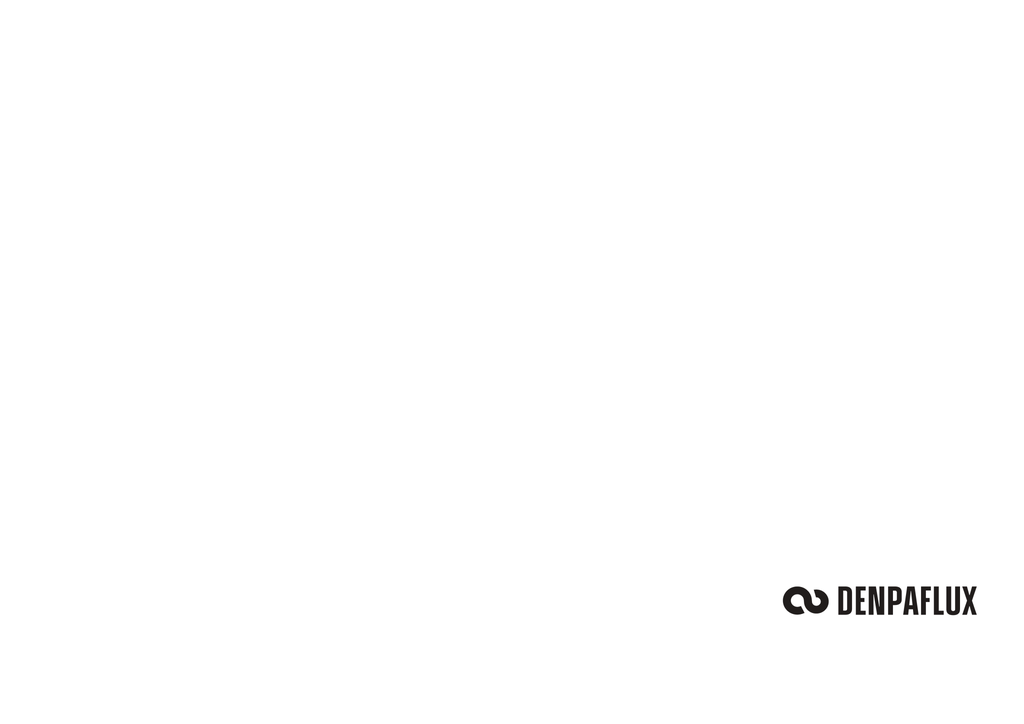
<source format=kicad_sch>
(kicad_sch
	(version 20231120)
	(generator "eeschema")
	(generator_version "8.0")
	(uuid "67efd30d-f997-415c-be8f-ae5fdd26c4a5")
	(paper "A4")
	(title_block
		(title "DENPAFLUX-ClientName-ProjectName-00")
		(date "2025-06-17")
		(rev "A")
		(company "DENPAFLUX")
		(comment 1 "team@denpaflux.com")
		(comment 2 "Germany")
		(comment 3 "81668 München")
		(comment 4 "Rosenheimer Straße 116b ")
	)
	(lib_symbols)
	(image
		(at 255.27 173.99)
		(scale 0.169511)
		(uuid "206f6c0b-64b9-4107-a2c9-e0251a5a095f")
		(data "/9j/4AAQSkZJRgABAQAASABIAAD/4QBARXhpZgAATU0AKgAAAAgAAYdpAAQAAAABAAAAGgAAAAAA"
			"AqACAAQAAAABAAAD56ADAAQAAAABAAAA/wAAAAD/7QA4UGhvdG9zaG9wIDMuMAA4QklNBAQAAAAA"
			"AAA4QklNBCUAAAAAABDUHYzZjwCyBOmACZjs+EJ+/+ICHElDQ19QUk9GSUxFAAEBAAACDGFwcGwE"
			"AAAAbW50clJHQiBYWVogB+kAAwATAA4AHQA2YWNzcEFQUEwAAAAAQVBQTAAAAAAAAAAAAAAAAAAA"
			"AAAAAPbWAAEAAAAA0y1hcHBsMWXdtLVMkHOUeZv8Zts0kgAAAAAAAAAAAAAAAAAAAAAAAAAAAAAA"
			"AAAAAAAAAAAKZGVzYwAAAPwAAAA0Y3BydAAAATAAAABQd3RwdAAAAYAAAAAUclhZWgAAAZQAAAAU"
			"Z1hZWgAAAagAAAAUYlhZWgAAAbwAAAAUclRSQwAAAdAAAAAQY2hhZAAAAeAAAAAsYlRSQwAAAdAA"
			"AAAQZ1RSQwAAAdAAAAAQbWx1YwAAAAAAAAABAAAADGVuVVMAAAAYAAAAHABQAEgATAAgADIANAAx"
			"AEIANwBRAFUAQm1sdWMAAAAAAAAAAQAAAAxlblVTAAAANAAAABwAQwBvAHAAeQByAGkAZwBoAHQA"
			"IABBAHAAcABsAGUAIABJAG4AYwAuACwAIAAyADAAMgA1WFlaIAAAAAAAAPbWAAEAAAAA0y1YWVog"
			"AAAAAAAAZOUAADNtAAABKFhZWiAAAAAAAABqEAAAu/YAABG1WFlaIAAAAAAAACfhAAAQnQAAwFBw"
			"YXJhAAAAAAAAAAAAAfYEc2YzMgAAAAAAAQu3AAAFlv//81cAAAcpAAD91///+7f///2mAAAD2gAA"
			"wPb/wAARCAD/A+cDAREAAhEBAxEB/8QAHwAAAQUBAQEBAQEAAAAAAAAAAAECAwQFBgcICQoL/8QA"
			"tRAAAgEDAwIEAwUFBAQAAAF9AQIDAAQRBRIhMUEGE1FhByJxFDKBkaEII0KxwRVS0fAkM2JyggkK"
			"FhcYGRolJicoKSo0NTY3ODk6Q0RFRkdISUpTVFVWV1hZWmNkZWZnaGlqc3R1dnd4eXqDhIWGh4iJ"
			"ipKTlJWWl5iZmqKjpKWmp6ipqrKztLW2t7i5usLDxMXGx8jJytLT1NXW19jZ2uHi4+Tl5ufo6erx"
			"8vP09fb3+Pn6/8QAHwEAAwEBAQEBAQEBAQAAAAAAAAECAwQFBgcICQoL/8QAtREAAgECBAQDBAcF"
			"BAQAAQJ3AAECAxEEBSExBhJBUQdhcRMiMoEIFEKRobHBCSMzUvAVYnLRChYkNOEl8RcYGRomJygp"
			"KjU2Nzg5OkNERUZHSElKU1RVVldYWVpjZGVmZ2hpanN0dXZ3eHl6goOEhYaHiImKkpOUlZaXmJma"
			"oqOkpaanqKmqsrO0tba3uLm6wsPExcbHyMnK0tPU1dbX2Nna4uPk5ebn6Onq8vP09fb3+Pn6/9sA"
			"QwABAQEBAQEBAQEBAQEBAQEBAQEBAQEBAQEBAQEBAQEBAQEBAQEBAQEBAQEBAQEBAQEBAQEBAQEB"
			"AQEBAQEBAQEB/9sAQwEBAQEBAQEBAQEBAQEBAQEBAQEBAQEBAQEBAQEBAQEBAQEBAQEBAQEBAQEB"
			"AQEBAQEBAQEBAQEBAQEBAQEBAQEB/90ABAB9/9oADAMBAAIRAxEAPwD+/igAoAKACgAoAKACgAoA"
			"KACgAoAKACgAoAKACgAoAKACgAoAKACgAoAKACgAoAKACgAoAKACgAoAKACgAoAKACgAoAKACgAo"
			"AKACgAoAKACgAoAKACgAoAKACgAoAKACgAoAKACgAoAKACgAoAKACgAoAKACgAoAKACgAoAKACgA"
			"oAKACgAoAKACgAoAKACgAoAKACgAoAKACgAoAKACgAoAKACgAoAKACgAoAKACgAoAKACgAoAKACg"
			"AoAKACgAoAKACgAoAKACgAoAKACgAoAKACgAoAKACgAoA//Q/v4oAKACgAoAKACgAoAKACgAoAKA"
			"CgAoAKACgAoAKACgAoAKACgAoAKACgAoAKACgAoAKACgAoAKACgAoAKACgAoAKACgAoAKACgAoAK"
			"ACgAoAKACgAoAKACgAoAKACgAoAKACgAoAKACgAoAKACgAoAKACgAoAKACgAoAKACgAoAKACgAoA"
			"KACgAoAKACgAoAKACgAoAKACgAoAKACgAoAKACgAoAKACgAoAKACgAoAKACgAoAKACgAoAKACgAo"
			"AKACgAoAKACgAoAKACgAoAKACgAoAKACgAoAKAP/0f7+KACgAoAKACgAoAKACgAoAKACgAoAKACg"
			"AoAKACgAoAKACgAoAKACgAoAKACgAoAKACgAoAKACgAoAKACgAoAKACgAoAKACgAoAKACgAoAKAC"
			"gAoAKACgAoAKACgAoAKACgAoAKACgAoAKACgAoAKACgAoAKACgAoAKACgAoAKACgAoAKACgAoAKA"
			"CgAoAKACgAoAKACgAoAKACgAoAKACgAoAKACgAoAKACgAoAKACgAoAKACgAoAKACgAoAKACgAoAK"
			"ACgAoAKACgAoAKACgAoAKACgAoAKACgD/9L+/igAoAKACgAoAKACgAoAKACgAoAKACgAoAKACgAo"
			"AKACgAoAKACgAoAKACgAoAKACgAoAKACgAoAKACgAoAKACgAoAKACgAoAKACgAoAKACgAoAKACgA"
			"oAKACgAoAKACgAoAKACgAoAKACgAoAKACgAoAKACgAoAKACgAoAKACgAoAKACgAoAKACgAoAKACg"
			"AoAKACgAoAKACgAoAKACgAoAKACgAoAKACgAoAKACgAoAKACgAoAKACgAoAKACgAoAKACgAoAKAC"
			"gAoAKACgAoAKACgAoAKACgAoA//T/v4oAKACgAoAKACgAoAKACgAoAKACgAoAKACgAoAKACgAoAK"
			"ACgAoAKACgAoAKACgAoAKACgAoAKACgAoAKACgAoAKACgAoAKACgAoAKACgAoAKACgAoAKACgAoA"
			"KACgAoAKACgAoAKACgAoAKACgAoAKACgAoAKACgAoAKACgAoAKACgAoAKACgAoAKACgAoAKACgAo"
			"AKACgAoAKACgAoAKACgAoAKACgAoAKACgAoAKACgAoAKACgAoAKACgAoAKACgAoAKACgAoAKACgA"
			"oAKACgAoAKACgAoAKAP/1P7+KACgAoAKACgAoAKACgAoAKACgAoAKACgAoAKACgAoAKACgAoAKAC"
			"gAoAKACgAoAKACgAoAKACgAoAKACgAoAKACgAoAKACgAoAKACgAoAKACgAoAKACgAoAKACgAoAKA"
			"CgAoAKACgAoAKACgAoAKACgAoAKACgAoAKACgAoAKACgAoAKACgAoAKACgAoAKACgAoAKACgAoAK"
			"ACgAoAKACgAoAKACgAoAKACgAoAKACgAoAKACgAoAKACgAoAKACgAoAKACgAoAKACgAoAKACgAoA"
			"KACgAoAKACgD/9X+/igAoAKACgAoAKACgAoAKACgAoAKACgAoAKACgAoAKACgAoAKACgAoAKACgA"
			"oAKACgAoAKACgAoAKACgAoAKACgAoAKACgAoAKACgAoAKACgAoAKACgAoAKACgAoAKACgAoAKACg"
			"AoAKACgAoAKACgAoAKACgAoAKACgAoAKACgAoAKACgAoAKACgAoAKACgAoAKACgAoAKACgAoAKAC"
			"gAoAKACgAoAKACgAoAKACgAoAKACgAoAKACgAoAKACgAoAKACgAoAKACgAoAKACgAoAKACgAoAKA"
			"CgAoA//W/v4oAKACgAoAKACgAoAKACgAoA47xr8RPh/8NdJm1/4i+OvB3gHQreCe6n1rxr4n0Xwr"
			"pMFtatAt1cTajrt7Y2ccFu1zbLPM8yxwtcQCQgyoGAPjLWP+CrX/AATK0NWe9/4KA/sdzhY45SNH"
			"/aJ+FXiFiskvkqFTQPE+pu0gcZkhVTLFF+/lRICJKV49195fs5v7L/Ffn/X3o5+H/gsB/wAEuJ5Y"
			"oU/b4/ZbV5pEiRpvi54Vt4g0jBFMs899HBDGCQXmmkjijXLyOqBmUvHuvvD2c/5We4/D79u/9iH4"
			"s3o0z4X/ALYv7LfxE1Xy7KV9I8FfH/4U+JtYhXUZVt7EXOk6N4ru9RtZLq5dbaGG4topnum+zCMz"
			"/Irunt+d/wCv67CcZLdNfJn1bQSFABQAUAFABQAUAFABQAUAFABQAUAFABQAUAFABQAUAFABQAUA"
			"FAH5seOv+Cwn/BMn4ZeN/GXw38e/tm/Bzwt46+H3irxD4I8aeGdU1PVY9S8O+LPCer3mg+I9C1GO"
			"PSZI0vtI1iwvNPu0jkkRbi3kCuygMyuu6+8tU5vWzs9Tlf8Ah95/wSd/6Pq+B3/g21j/AOU1F491"
			"94ezn/Kw/wCH3n/BJ3/o+r4Hf+DbWP8A5TUXj3X3h7Of8rD/AIfef8Enf+j6vgd/4NtY/wDlNReP"
			"dfeHs5/ysvab/wAFq/8AglJqt7DYWv7d3wAinn8zY+peKZtHsl8qJ5m87UtXsbDTrbKRsI/tF3F5"
			"0pSCHfPLHG5ePdfeHs5/yv8Ar0Pqn4Qftp/sgftAfZk+CP7UPwB+Kt1dXw0uHTPAnxb8C+I9aOpN"
			"5pj06TQ9N1241iC+njgluLa0nskuLq0C3lvG9q6TO7p7f5/1/XYlxa3TXqn+v9fgfTVAgoAKACgD"
			"yT44/Hn4O/s0/DXXPjD8efiH4c+F3wy8Nz6Pa634y8VXbWmk2Fzr+r2Wg6Pbu0UU9xLPf6tqNnZw"
			"Q28Esm6UyuqwQzSoDSbdluz4J/4fef8ABJ3/AKPq+B3/AINtY/8AlNSvHuvvK9nP+Vh/w+8/4JO/"
			"9H1fA7/wbax/8pqLx7r7w9nP+Vh/w+8/4JO/9H1fA7/wbax/8pqLx7r7w9nP+Vh/w+8/4JO/9H1f"
			"A7/wbax/8pqLx7r7w9nP+Vh/w+8/4JO/9H1fA7/wbax/8pqLx7r7w9nP+VntPwC/4KY/sF/tSfEK"
			"2+FH7Pn7UPwx+K/xGu9K1TXLbwj4Vv8AUbjVptJ0WJJtUv0judNtojBYxSI85MoIDDAOcUXT2a++"
			"/wDX9dhOEoq7TS/r+v8Ahz7opknzL+0r+2Z+y3+x3pvhTWP2nfjd4H+C+neOL7U9N8I3HjO/ntP+"
			"EgvdFt7S61aHTYra2up5/wCzoL+xkvJPKEUH2y1WSRXniVy6W/8Al/X9dxqLlsmz5I/4fef8Enf+"
			"j6vgd/4NtY/+U1K8e6+8r2c/5WH/AA+8/wCCTv8A0fV8Dv8Awbax/wDKai8e6+8PZz/lYf8AD7z/"
			"AIJO/wDR9XwO/wDBtrH/AMpqLx7r7w9nP+VnR+Dv+Cx3/BMDx/4u8LeA/B37avwV13xd428R6H4R"
			"8LaJa6zqMdzrPiPxJqdro2h6VbyXOlwWyT6jqd7bWkL3E8MCyTKZZY0DOpdd194OnNa2dlqfpdTI"
			"CgD8rv8Ah95/wSd/6Pq+B3/g21j/AOU1K8e6+8v2c/5WH/D7z/gk7/0fV8Dv/BtrH/ymovHuvvD2"
			"c/5Wauhf8FoP+CWfibXNG8N6B+238FdV13xDqunaHoumWuqau1zqOrateQ2GnWFuraOqtPeXlxDb"
			"whmUGSRQSBzRdd194ezn/Kz9PKZAUAfCHx3/AOCnf7AX7MfxG1L4RfHz9qn4VfC/4l6NY6VqWreD"
			"PEmqXsetadZa5YxanpE15BZ2F2lv/aGnTwX1vHLIsr2k8E/liKaN3V0t2vvt/X9dylCUldJtf1/X"
			"/DHjv/D7z/gk7/0fV8Dv/BtrH/ymovHuvvH7Of8AKw/4fef8Enf+j6vgd/4NtY/+U1F49194ezn/"
			"ACsP+H3n/BJ3/o+r4Hf+DbWP/lNRePdfeHs5/wArJ7X/AILZ/wDBKC7ube0i/bs+A6S3U8NvG91r"
			"9/ZWyyTSLGjXF5eaZb2dpAGYGa6u7iC2gj3SzzRRI7qXj3X3h7Of8rPo34W/8FAv2F/jbc3Fh8Jf"
			"2wP2bPH+p2s8FvcaP4b+M/w/vdbjkupIYbRjog18asYLy4uIrWzultGtrq732lvJLcxTRI7p7fnf"
			"+v67EuMlvFr1T/X+vwPr2gQUAFABQAUAcP8AEv4l+APg34A8XfFP4p+LtD8B/DvwHod94k8X+L/E"
			"l9Fp2i6DounRebc3t7cyn/dht7eJZbu9u5YLKyguLyeCCUGk27Ldn5zf8PvP+CTv/R9XwO/8G2sf"
			"/KalePdfeV7Of8rD/h95/wAEnf8Ao+r4Hf8Ag21j/wCU1F49194ezn/Kw/4fef8ABJ3/AKPq+B3/"
			"AINtY/8AlNRePdfeHs5/ysP+H3n/AASd/wCj6vgd/wCDbWP/AJTUXj3X3h7Of8rPuH9n39pT4D/t"
			"V+AD8Uv2dfij4V+Lvw+XXNS8NP4q8IXkl5pkWv6RHaTalpE5mht54L60g1CxnlgmhjbyLy1nXdFP"
			"G7MlpxdmrP8Ar+v+GPcKBBQAUAfAXxs/4Km/8E9f2cfid4m+DPxy/av+FXw0+KXg3+xv+Eo8E+JN"
			"Q1KDWtF/4SHw/pPirRPtsVvplxEv9o+Hdc0jVrfZM+60v4GbaxZFV13X3lKEmrpOzPK/+H3n/BJ3"
			"/o+r4Hf+DbWP/lNRePdfeP2c/wCVh/w+8/4JO/8AR9XwO/8ABtrH/wApqLx7r7w9nP8AlYf8PvP+"
			"CTv/AEfV8Dv/AAbax/8AKai8e6+8PZz/AJWH/D7z/gk7/wBH1fA7/wAG2sf/ACmovHuvvD2c/wCV"
			"h/w+8/4JO/8AR9XwO/8ABtrH/wApqLx7r7w9nP8AlZ+gnwb+Mvww/aD+Gvhf4w/BjxlpXxB+GXjW"
			"C/uvCvjHQ/tX9k67baXq+oaDfXFg15bWlxJBDq2lX9oJmgWOY25lgaWB4pZWS007PdHptAj8vNU/"
			"4LVf8EqtG1LUdH1L9uP4HW2o6VfXem39v/bWpzfZ72xuJLW6h82DSZYJfKniePzIZZIn27o5HQqz"
			"K67r7y/Zz/lZR/4fef8ABJ3/AKPq+B3/AINtY/8AlNRePdfeHs5/ysP+H3n/AASd/wCj6vgd/wCD"
			"bWP/AJTUXj3X3h7Of8rP1RpkBQAUAFAHz1+0f+1h+zj+yH4R0Xx5+0v8YPB3wb8I+I/EcPhHQtb8"
			"Y30tpbar4jn0zU9Zj0qzjtre6uZp/wCzNH1G7kdYPIhjt8Syo80CSl0t/wDL+v67jUXLRK73/r8D"
			"4z/4fef8Enf+j6vgd/4NtY/+U1K8e6+8r2c/5WH/AA+8/wCCTv8A0fV8Dv8Awbax/wDKai8e6+8P"
			"Zz/lZ9N/s1ft4fsg/tial4r0j9mL49+B/jRqPgex0zUvF1v4Mn1G7/4R+y1q4u7XSZtSmudPtYIP"
			"7RnsL5LOPzGln+x3TRoUglZHdPb87/1/XYTjKO6av/X6n1tQSYfifxLoHgvw14h8Y+K9XsfD/hbw"
			"noereJfEuvanOttpuiaBoVhcaprGr6hcvhLex03TrW5vLudztit4ZJGwFNAH5lf8PvP+CTv/AEfV"
			"8Dv/AAbax/8AKalePdfeX7Of8rD/AIfef8Enf+j6vgd/4NtY/wDlNRePdfeHs5/ys6rwL/wWE/4J"
			"k/E3xv4N+G/gL9s34OeKfHXxB8VeHvBHgvwzpep6rJqXiLxZ4s1ez0Hw5oWnRyaTHG99q+sX9np9"
			"okkkaNcXEYZ1UllLruvvB05rWzstT9J6ZB8E/HL/AIKh/wDBP/8AZp+JWufB748/tT/DH4W/E3w3"
			"BpF1rfg7xVd6taatYW2v6RZa9o9w6xaVNbywX+k6jZ3cE1vPNHiUxOyzwzxRK6W7X32/r+u5ShKS"
			"uk2v6/r/AIc8k/4fef8ABJ3/AKPq+B3/AINtY/8AlNRePdfeP2c/5WH/AA+8/wCCTv8A0fV8Dv8A"
			"wbax/wDKai8e6+8PZz/lZ+k/gXxv4T+Jvgjwb8SPAWu2PinwL8QfCvh7xv4L8TaW7yab4i8J+LNI"
			"s9e8Oa7p0kiRyPY6vo9/Z6haPJHG7W9xGWRWJVWQ1bTqtDqqACgD83/iH/wV8/4Jm/Cjx34w+GXx"
			"C/bP+Cvhnx54A8R6v4Q8Z+GrvXLye/8ADninw/fTaZr2gam1hp93bQ6roup21zpuq2Ynaaw1G2ur"
			"G6SG6tpoUV13X3lqnNq6i7M47/h95/wSd/6Pq+B3/g21j/5TUXj3X3h7Of8AKw/4fef8Enf+j6vg"
			"d/4NtY/+U1F49194ezn/ACs/Uq1uI7y2t7uJZ0iuoIbiNLq1ubG5WOeNZEW4sr2K3vLSdVYCa1u4"
			"ILm3k3RTxRyq6KyCegAoAKAP/9f+/igAoAKACgAoAKACgDD8S+J/DXgvQNX8V+MfEOh+E/C3h+xn"
			"1PXvEviXVrDQdA0TTbVd9zqGr6zqk9rp2m2NumXnu7y4ht4l+aSRRzQB/Md+3L/wdR/sZfs66tee"
			"CP2X/CWq/tkeNbCee01PxFofiE/Dv4MaVMiyRMbHx7f+HfEureN57a42ShfCvhSXwtqlru+w+OVd"
			"tyS5pefz/Xllf9PO/u6xoye/urz3+7/N3063P5Tv2mP+Dir/AIKpftH3PiC0svj9P8APButT3gtP"
			"CP7PWlWnw8udF064k0ySCx0/4ixC++K8c9q2lrKNVi8cwX8kl/q8KPBpd6NLghzb8vx/9tjb+tre"
			"9uqUF05n3f8AlotfP8dWfix4r8Y+LvHmuXvibxx4q8R+M/EmpT3N1qPiDxXrmp+Itcv7m8vLnULu"
			"4vdW1i6vb+6nur+8u765lnuHknvLq5uZS000jtF29/8AP+v67GiSWyt6af1/Xc5ygAoAKAPrf4B/"
			"t7/tqfsuXum3X7P/AO1J8cfhfa6X9lWDw34e+IfiJvA1zFYQ6jDp9rrHw91K8v8AwLr9jpy6vqUm"
			"n2Gu+HdSsrC5vZru0t4LpvOpqTXV/n+H9fgS4xe6T+Wv37/cf0Z/sbf8HbP7T/w6uG0D9tP4UeFf"
			"2jfDL2MMdr45+HcOl/CT4o6fqVrpsUDXeraZY2Nx8N/FVjq17ZpPcafpnh7wBPpd5rGq6lbanfab"
			"aaT4TgtVO6+5/wD2j/P7zKVFP4Xy+T1X+f3vXysz+xP9hn/gqP8AsY/8FC/CWma9+z58VLE+LLqx"
			"tbvWvg543l0rw38YPCVxdv4m8rS9e8Jw6tqtrd332Xwhr+qPJ4V1jxLpo0e0TVhqLafc21xLaae3"
			"9fl+WvkYShKO607rb9O/b7rn6F0yQoAKACgAoAKACgAoAKACgAoAKACgAoAKACgAoAKACgAoA/x2"
			"P+CnH/KSb/goT/2fD+1j/wCr68fVg936s7ofBH/DH8j4epFBQAUAFABQB+s/7FH/AAWx/wCChn7E"
			"GueCrbwR8e/GPxB+EPhfVVl1L4FfFXVX8ceAtZ8OXV3Y3OseGNJn8SQaxrvgCC9Nl59hf+BdS0Of"
			"R9SutRvreKePW/EVnrVKbX/B/wA7P8vuIlTjLpZ91+f/AA/6H+iF/wAEsP8Agrx+zr/wVM+HF9qn"
			"gFP+FbfHHwbYx33xT/Z81/XE1nxL4Ssri+ewtPEfh3Xv7I8PweP/AAPdzm2tz4n0rR7CXSb+9sdM"
			"8T6PoF9qWkQ3+qaa/r/Jfl99jlnBweuq6P8Arqfq/TICgD8Bf+Dm3/lD98ff+x4+A/8A6uPwdUz+"
			"F/L8zSl/Ej8//SWf5eNYnYFABQAUAFAH9Gf/AAay/wDKWLwj/wBkO+NH/pn02rhv8jKt8HzR/pq1"
			"qch/Fp/weQf8k1/YN/7Hn4+f+mD4WVE9vmb0N5eh/CFWR0hQAUAdl8OvGurfDX4g+BfiNoEs9vrv"
			"gDxl4Y8a6LPazra3MOreFdbsdd06W3umguVtp47ywheGdra4WGRVkMEoUozWjT7P+u/5feJq6a7q"
			"39bfn9x/tdeGPEOm+LvDXh7xXo0vn6P4n0PSfEOlTb7eTztN1qwt9SsZfMtZrm1k8y1uYn321xPb"
			"tu3QzSxlHbc4DcoA/wAPeuc9AKAPcf2Yv+TlP2ev+y4/Cb/1PdAprdeqE9n6M/2l63OAKAP8vL/g"
			"5u/5TA/Hv/sRvgR/6p3wfWU9/kddH4Pmz8BKg1CgAoAKACgD9Bf2Sv8Agqf+3z+xDJpln+zz+0n4"
			"/wDDXg7TdVtNVb4X+IL6Pxz8Krw21tLYXFo/gDxhDrOgabBqmmzmw1K58PW2i6tIltpV5b6na6po"
			"Hh6/0qlJrr/X42+77yZQjLdL12f9f11P77f+CMn/AAXr+Gf/AAUxlg+BXxT8NWPwg/bC0bwrqfin"
			"UfDukqbb4U/FLStHvRHqd78ILvWfEeteJotc0fTZ7bWPEHw+8QS3msWWjLf69oOueK9G0PxVdeHd"
			"Iyv6/f8A+2x/rtb3uapTcNVrF/evJ6Lz1X3LQ/oWqjIKACgD8Pf+DjP4p/8ACrf+CQ37Un2abydY"
			"+Iv/AArL4WaPvsvttvL/AMJd8UPCP/CSw3HzItpv8C6f4r+x3rbvI1IWO1WkZBUy0i/6308/67bm"
			"lJXmvK7/AA+XX+nsf5XNYnYFABQAUAf6E3/BoB8S49a/Yx/ab+EslxPNefD79pSDxukcyXLR2mk/"
			"E/4aeE9Jsra1uJLiS2EDan8Mddu2sbW2tzbXN3cXk8k7amnlaw2+f9f1/mctde8n3X5P/g9vvP64"
			"qsxCgAoA/wArn/g5B/5TQftl/wDdvH/rKfwMrGfxP5fkdlL+HH5/+lM/D2pNAoAKACgAoA/1f/8A"
			"ggD/AMofv2Jf+xG8cf8Aq4viNW62XojiqfHL1P2JpkH+Jh8T/wDkpXxD/wCx58W/+n/UKwe79Wd6"
			"2XojhqQwoA/3CK6DzwoAKACgD+ST/g8B/wCTIv2Zf+zqYP8A1UnxIqJ7fM2ofG/8L/NH+elWR1BQ"
			"B/aZ/wAGb/8AyUn9vP8A7Ef4A/8Ap++KtaU+vy/U56/2P+3v0P7vK0Oc+V/26f8AkyT9sb/s1f8A"
			"aE/9VJ4uoGt16o/xn65zvCgD7h/4Jj/8pJv+Ce3/AGfD+yd/6vrwDTW69UTP4Jf4Zfkf7E9bnCfw"
			"M/8AB3n+ylb+FPjV+zt+2N4e0qxtbH4t+FdS+DvxEurDStSjuLrxv8Oz/bPhHWde1ZfN0We+1rwT"
			"rE+gaXBL9i1dtN+HziP+1bGyI0XOa2fy/r8en3WOig94/Nfr+n9M/jdrM6AoA/1B/wDg2e/aOj+P"
			"f/BK34X+GrzUZ77xP+zj4x8a/AXX1vHuXuYrHR7u08beCBC99qup3VzpVt4D8c+HNF0+4VNN062k"
			"0W80LS9NgtNDUttF3ivLT+tun9Pc46qtN+ev3/8ABuf0A1Rmec/GH4m6B8FfhH8U/jJ4sbZ4W+Ev"
			"w58b/E3xK/mrBs0DwH4Z1PxTrLee6skO3TtKuT5rqyx/fZSAQwNK7S7ux/i6/E74h+Jfi78SviF8"
			"V/Gd19t8YfE/xx4s+Ifiu986/uftfiXxpr2oeJNduvtGq3upapP9o1TU7qXztS1G/v5d3mXl7dXD"
			"STvzvXXv/Xl+X3HelZJdtDh6AP1S/wCCKf7LP/DXv/BS/wDZe+GN/Z/a/B/h3xxD8X/iGv8AbX9h"
			"Z8F/COM+OL2x+1wxzapJ/wAJBqmk6P4W+zaJEmqyf275kWp+HbaK58TaNUVeS8tf626/09iKkuWD"
			"fy77/d/Xe1j/AFtq2OIKACgAoA//0P7+KACgAoAKACgAoA/PT/gol/wUz/Zi/wCCaXwmk+Ifx48T"
			"fa/Fut2Oov8AC74N+HJ7Sf4jfFTVNPmsLW5tvD+n3MscGn6Hpc+qWM3iXxXqzwaPoli52NqOsz6X"
			"oepJtLf+vz/LTzKjBzdl830Xqf5uH/BS7/gs1+15/wAFMtfutN+Iev8A/CtfgJa31neeGP2dPAWp"
			"XqeBrO401pHsNZ8YX8qW2o/EPxVG8hmGr69HHpmn3IMnhrw/4dR5YZcnJv0/ryj91vPT7XXCnGHm"
			"+/8Al2PyRqSwoAKACgAoAKACgAoA6rwP478b/DLxZoXj74beMvFXw+8deF75NT8M+NPA/iHV/Cfi"
			"zw7qSJJGmoaF4j0G7sNY0i+SOWWNLvT7y3uFSSRBIFdhQDV9HqvM/tw/4JH/APB0LZ6lJofwB/4K"
			"Z6tpWgLaaVo2geBf2p9H0HW5o9Tu7G2e1MXx/wBN0641mWPVdYlW0ii+I3hXQtO0OO5k+0eNdG0q"
			"zGreM01jPv8Af/UVb73b8TnnR6w+cf8AL/LXy7R/tg0zU9N1vTdP1nRtQsdX0fV7G01PStW0y7t7"
			"/TdT02/t47qx1DT761kmtb2xvbWWK5tLu2llt7m3kjmhkeN0erOcvUAFABQB+TP7Uv8AwXA/4Jsf"
			"sbfFfxP8C/j38cPEfhb4veDJ9Gj8S+B7X4IfHPVrmwttf0O18RaTqltr9p8O/wDhDta0q80q/sJo"
			"r7w/4k1WNpLtYVDS21+tonJLR/l/X9fMtQm1dRuvVfr/AMD9ZfC/iH/g6v8A+CVei6lLY6bcftGe"
			"LrWPfs1nw98HrS202fZcTQr5UXizxl4X1hfMjiju087SosW9zCshS6W5trdc8e/4Fexn5Ho3hT/g"
			"54/4JC+Ir17XV/jT8RvAcC7cal4r+BfxRvbKTMVzIdieB/DvjLURseCKBvM09cy3lsVzAt3PanPH"
			"v+Aeymul/ml+f9fej9Gfgj/wU/8A+CeX7Rl7BpPwc/bH+AHizX7v7P8AY/Cs/wAQtF8LeMr77TFF"
			"NH9g8G+MJ9A8U33liaKK6+yaRN9hunFne+Tdn7PTuns199/6/rsQ4SW6frb+kfd9MkKACgAoAKAC"
			"gAoAKACgAoAKAP8AHY/4Kcf8pJv+ChP/AGfD+1j/AOr68fVg936s7ofBH/DH8j4epFBQAUAFABQA"
			"UAfRv7Jv7U3xe/Yw+P3w7/aK+CPiS+8O+N/h/rlnfmG3u57fTfFXh83MDeIPBHii3iOzVPCvivTo"
			"5dJ1vTp0dXgmW6tjDf2tndW7Ts7/ANfr+XnrYUoqSafX8PP+v1P9hn9nr42+E/2k/gT8IP2gPAiX"
			"0Pg/4zfDnwh8SfDttqcD22pWWmeLtEs9ag0/UIXRNt9p/wBrNldmMNBJcQSSW0ktu8Uj7nC1ZtdU"
			"7fcexUCPwF/4Obf+UP3x9/7Hj4D/APq4/B1TP4X8vzNKX8SPz/8ASWf5eNYnYFABQAUAFAH9Gf8A"
			"way/8pYvCP8A2Q740f8Apn02rhv8jKt8HzR/pq1qch/Fp/weQf8AJNf2Df8Asefj5/6YPhZUT2+Z"
			"vQ3l6H8IVZHSFABQAUAf69//AASI+Kf/AAuX/gmN+w147eb7RdSfs5fDvwhqdx9i/s/7RrXw00hP"
			"hprk/wBlDNGnnax4RvpPMtxDaXO77TZ2tpazQ2sG62XojhmrSkvN/wBdf67bH6M0yT/Eb8Y6PbeH"
			"vF/irQLKSeWz0PxJrmj2kt00b3Mltpmp3VlBJcPFFBE87xQK0zRQQxtIWKRRqVRcHo2uz/rv+f3n"
			"etUn3X9dvy+45ukM9x/Zi/5OU/Z6/wCy4/Cb/wBT3QKa3XqhPZ+jP9petzgCgD/Ly/4Obv8AlMD8"
			"e/8AsRvgR/6p3wfWU9/kddH4Pmz8BKg1CgAoAKACgAoA6rwN458ZfDLxl4X+Ifw88Ua54K8deCtc"
			"03xN4S8W+GdSutH1/wAO6/o91He6Zq+kanZSw3VlfWV1DHNBPDIrKy4O5Sy0J21BpNWezP8AXh/4"
			"Jh/tt6B/wUG/Yp+DH7SemyWMPinXtDHhr4s6DYlVTwv8XvCaRaX480gWwZns7G81FU8S+HYJj58n"
			"hPxBoF3Jk3Oa3Tuk/wCv0/L7jhlHlk122810/r/I+/aZIUAfygf8Hd3xNvfDn7B3wI+GFg19b/8A"
			"Czf2m9K1XWLiCWJbK70D4ffDzxzdS6JfwsjTS/a/EXiPwxrVq8TIsUvhw+aTvRWie3q/6/r/ADNq"
			"C95vsvz/AK7fdY/ztqyOoKACgAoA/si/4M6vibDpX7QH7aPwbZsT+PPg78M/ibGnm2Q3Q/CXxrrX"
			"haZvIdTqMmx/jVbjzbVlsod+y/Vp59NKaU+vy/UwrrSL7Nr7/wDhu33WP75q0OYKACgD/K5/4OQf"
			"+U0H7Zf/AHbx/wCsp/AysZ/E/l+R2Uv4cfn/AOlM/D2pNAoAKACgAoA/1f8A/ggD/wAofv2Jf+xG"
			"8cf+ri+I1brZeiOKp8cvU/YmmQf4mHxP/wCSlfEP/sefFv8A6f8AUKwe79Wd62XojhqQwoA/3CK6"
			"DzwoAKACgD+ST/g8B/5Mi/Zl/wCzqYP/AFUnxIqJ7fM2ofG/8L/NH+elWR1BQB/aZ/wZv/8AJSf2"
			"8/8AsR/gD/6fvirWlPr8v1Oev9j/ALe/Q/u8rQ5z5X/bp/5Mk/bG/wCzV/2hP/VSeLqBrdeqP8Z+"
			"uc7woA+4f+CY/wDykm/4J7f9nw/snf8Aq+vANNbr1RM/gl/hl+R/sT1ucJ+UH/Bbn9lK4/bD/wCC"
			"aH7S3wz0XSr7WPHXhbwqPjF8NbDSdK03VtavfG/wokbxZZ6No8Go+XJDfeKtHs9b8HGfSrm21c2n"
			"iG6t7T7ctxLpOoKSumv6/T+u+xcJcsk+l7P0en4Xuf5K1YHaFAH9kX/Bn7+0VL4f+Ov7VH7LGozb"
			"9O+Jnw58MfGbwwkjXrfYNf8AhdrcnhXxHDaQwWMtkn/CQ6J8RNKuNRu9Q1C1aP8A4Q7TLaxt7l7u"
			"5aDSD3Xz/r8DCutIvzt+v6M/vmrQ5j+en/g5x/aSi+BH/BLbx/4IsNUsbPxb+0v448FfBTRrWT7F"
			"c6k+gPfyePPHt7aaddJOWsT4V8GXfhnUdWFsy6PceLNMNvd2GtXmjXFTJ2i/PT+vka0lea8tf6/r"
			"X5H+YbWJ1hQB/df/AMGgP7KVxpXhL9pz9tPxBpV9bSeK77Sf2efhpf3elabbwXehaC+n+OfifeaX"
			"qc/na9e2N7r03w+0yQ2KaZ4eOpeF9Qtri48R6xpzweD9YLRv+v6+X32Oeu9o/N/p+v8ATP7Was5w"
			"oAKACgD/0f7+KACgAoAKACgD8p/+Csn/AAVY+Dv/AAS2+BaeM/FMMHjX42eP4NY034F/B2G6e3uf"
			"F+uabFbrfa/4iuoQ0uieAPC0uoafN4j1UAXd3JdWmiaMkup6gklum0l/X+T/AC+65cIObtslu/66"
			"n+Wd+09+0/8AGv8AbE+NfjT9oD9oDxnfeN/iR43vvtF9fXBMOmaPpkJddJ8L+F9JVmtfD/hXQLVh"
			"ZaJolkBBaQKZJGnvJ7q7uMW23d/1+X5eelzsSUVZbf1/X/DHgFIYUAFABQAUAFABQAUAFABQAUAf"
			"1Zf8EEv+C9upfshal4a/Y/8A2wPEt9q/7K+r30Wl/Db4k6pLcX+pfs76lf3GI9O1GUiW6vfg7e3U"
			"pe7tFElx4CuJJNU0tH0J9QsINIyto9uj/pfqrfL3salLm96O/Vd/+Cf6JGmanput6bp+s6NqFjq+"
			"j6vY2mp6Vq2mXdvf6bqem39vHdWOoaffWsk1re2N7ayxXNpd20stvc28kc0Mjxuj1ocpeoAKAP8A"
			"P2/4O9f2a7Hwb+0x+zh+1LoljBZxfG74Za38NvGZtrfTrdb/AMYfB3VLW70vX76VLw6rqOq6n4N8"
			"d6P4dkmm09LOy0nwPotvFezSyvb2+c1s/l/X49PvudNB6OPZ3+/8rW/E/kArM3CgAoA/Sj9jb/gr"
			"r/wUD/YTuGtvgP8AtCeKh4LmsYdOn+FfxEk/4WV8Lhb2mmxaVp0mk+EPFp1C18I32nWtppcVvqfg"
			"mfw1qU9noulaNqN3f+H7VtIelJr/ACf/AAzt933WIlCMt181v/wfmf2mf8E0v+Dnr9m39qCXwh8K"
			"P2wbPQ/2YvjprP8AZejJ4ujkv4P2f/GXie/vdfVk03W9XvtYvvhjYrY2fh5Y/wDhYXiC6099X1ub"
			"T4/EkyWUdzd6Kaemz/r+7H/g+X2sJ0nHWPvL8V+V/kvuuf1G2t1bX1tb3tlcQXdndwQ3Vpd2s0dx"
			"bXVtcRrLBcW88TNFNBNE6SwzRs0ckbK6MVILUYk9ABQAUAFABQAUAFABQB/jsf8ABTj/AJSTf8FC"
			"f+z4f2sf/V9ePqwe79Wd0Pgj/hj+R8PUigoA/wBFj4Pf8GtP/BM34g/CT4W+PdZ1j9pq11jxv8Of"
			"BHi/VbbTPip4Xh0231LxL4Z0zWb6DT4br4a3t1FYxXV7LHaRXN5d3EdusazXU8geV9uSPb8TldWd"
			"3tuT/E//AINHv+CfviLwTrWl/Cr4u/tJ/DLx/LBu8N+MPEHiHwV8SPDmm34DKp8Q+CD4O8G3niHS"
			"irs8thpfjPwnqLzx27R65DAtxb3Y4L0/H9Y/n91/eFWknqk12/r/AIP4px/hl/by/Yk+L3/BPj9p"
			"fxz+zN8Zo7G61/wv9i1fw74q0YT/APCPePvA2uLLN4Z8a+HzchZ0sdVghntr2xn3XOi67YaxoN28"
			"l3pc7tk1Z2/r83+f3XOiMlNXX3dn2PjqkUFAH+mt/wAGtPxU1/4jf8EpPDHhzXNQsdQg+Cvxw+Ln"
			"wr8PfZ2aS/stAnn0D4qwafrcr3Vy731tqHxQ1IaepSzW28NPoNpDaiC3iuJ9ofCv6/rQ5KytN+aT"
			"P6MqoyPwF/4Obf8AlD98ff8AsePgP/6uPwdUz+F/L8zSl/Ej8/8A0ln+XjWJ2BQB+6H/AAb1/sc/"
			"s4ftx/t56x8F/wBqT4c/8LQ+Glr8APiH42g8N/8ACXeO/BXl+J9D8SeANP0vU/7Y+Hfijwjr7fZb"
			"TW9Ti+xPqr6fP9q8y4tJZYbd4qgk3r29P63/AKuZ1ZOMU4uz5kuj6Pv/AF9yP7dv+Ib7/gjB/wBG"
			"a/8Amw/7Vn/z9K05I9vxOf2lT+f8Ih/xDff8EYP+jNf/ADYf9qz/AOfpRyR7fiHtKn8/4RPo39ln"
			"/gjn/wAE4v2KvizafHL9mX9nT/hWnxSsND1rw3a+KP8Ahbvx28ZeVoviGGK31iy/sT4gfFDxX4dk"
			"+2Qwxp9ok0h7u327rWeFizU1FLZfjf8Arb+rCc5yVnK69F+n9fifprTIP4tP+DyD/kmv7Bv/AGPP"
			"x8/9MHwsqJ7fM3oby9D+EKsjpCgAoAKAP9MH/g1Z+K8fj/8A4JW6T4Ja6gkufgb8d/i58PPsa3dz"
			"Lc2tj4hu9H+L9tNLa3OFtILq8+JuprbmwDadcSW11IJG1NdVjg2h8K8v6/r/AIByVlab80n+n6f1"
			"of0j1Rkf4mHxP/5KV8Q/+x58W/8Ap/1CsHu/Vnetl6I4akM9x/Zi/wCTlP2ev+y4/Cb/ANT3QKa3"
			"XqhPZ+jP9petzgCgD/Ly/wCDm7/lMD8e/wDsRvgR/wCqd8H1lPf5HXR+D5s/ASoNQoA/ua/4JXf8"
			"G6f7AX7Y/wCwD+zh+0v8Xda/aFh+I3xW8N+J9Y8TxeEviL4X0Xw5Hc6X8Q/F/hq0j0rTLv4d6rc2"
			"kCaZotirrNqN3I84llaU7wqaqCstOne3+f8AXa9jmnVkpNK1k/67f133PujxN/waV/8ABNXVNA1e"
			"w8OePf2qPC2v3VjPHo3iE/EXwJrkWk6lt3Wd3daNe/C+GDVbFJ1Rb/TxdafcXlk1xBaanpd28Go2"
			"r5I/07/hdfn95KrT8n/Xy/rvsfxrf8FbP+CVXxV/4JX/AB60zwH4o1iDx18IfifB4i8Q/An4pWsL"
			"2knijw9oGpWtprHh7xPp7RQxaX4/8Hxav4ebxTY6c97o8tt4g0LVtMvjFqr6dpuco8r8nt/V5fn9"
			"/wBnohNTV7Wa3X9dH8vwTl+U1SWFAH96X/BnZ8Ztc1z4P/tpfAHUbmBtC+HHj/4S/FLwrFNqV5Lf"
			"G5+LGheNfDXi63tdMnuns7bStPb4S+F7tp9OtIJH1HxBcHU5ZTLp4XWD0a7fr/w3f7jmrrWL7pr7"
			"v+H/AAP7NqswCgD+Dz/g8b+Ilze/FL9h34TJJAln4Z8AfGX4iTww38hubq58c+IvBHhq0k1HTBJ5"
			"SQWEXw7vV0a/eIySSajrtvFIFimVs6nT5/odFBfE/Rf1/wAN95/F1WZ0G54Y8O6l4v8AEvh7wnos"
			"Xnax4o1zSfDukw7LiTztS1q/t9NsYvLtYLm6k8y6uYk2W1tcXDbtsMEshRGFrp3/AK8vz+4Hpr2/"
			"rz/L7z3j9sH9l7x3+xb+0t8XP2XviXqnhzW/Gvwg8Rw6BrGteEbm+u/Dmrx3+j6Z4h0nU9Km1Kx0"
			"3UFgvtF1nTrp7e9sba5s55ZbSZC8LO7as2v6/N/n9woyUkpLqfNdIZ/RL/wa4/E2XwH/AMFavh94"
			"Vjbanxr+Dnxs+GU4829j3xaV4UHxkC7LVWgnxP8ACWF/K1IpZDZ5yMdRh09HuG/qv6/r/MyrK8PR"
			"p/p+v9an+nHWpyBQAUAf5XP/AAcg/wDKaD9sv/u3j/1lP4GVjP4n8vyOyl/Dj8//AEpn4e1JoFAH"
			"+iT/AMEsv+CFX/BK39o7/gnr+yh8cvjN+y3/AMJl8UviX8KtP8SeNvFH/C7v2jPD39ta1PqWp28t"
			"7/YnhX4vaF4d03dDbwp9n0nSLC0XZuWBWZ2fVQVlp0XU5Z1JqUkpWSe1l+p9+/8AEN9/wRg/6M1/"
			"82H/AGrP/n6U+SPb8SfaVP5/wiH/ABDff8EYP+jNf/Nh/wBqz/5+lHJHt+Ie0qfz/hE/WD4AfAH4"
			"SfsufB/wR8BPgT4T/wCEG+E3w5sb7TfBvhT+3vE3ib+x7LUtY1HX72H+3fGOs+IPEuoedq+rahd+"
			"Zqus30sf2j7PFIltFbwxUQ2223q3uexUCP8AEw+J/wDyUr4h/wDY8+Lf/T/qFYPd+rO9bL0Rw1IY"
			"UAf7hFdB54UAFABQB/JJ/wAHgP8AyZF+zL/2dTB/6qT4kVE9vmbUPjf+F/mj/PSrI6goA/tM/wCD"
			"N/8A5KT+3n/2I/wB/wDT98Va0p9fl+pz1/sf9vfof3eVoc58r/t0/wDJkn7Y3/Zq/wC0J/6qTxdQ"
			"Nbr1R/jP1zneFAH3D/wTH/5STf8ABPb/ALPh/ZO/9X14BprdeqJn8Ev8MvyP9ietzhILq1tr62uL"
			"K9t4Luzu4JrW7tLqGO4trq2uI2int7iCVWimgmid4poZFaOSNmR1KkhgD/H8/wCCpX7Kcv7FX7fv"
			"7Tv7O8VpY2fh3wl8RrzXfAEOlQ3sOlRfDP4h2Vj8Q/h3ZWP2+e7uH/sbwf4o0jQdQ3X1+bfWNK1K"
			"ye9uJraV2xkrN/8ADf5/12vY7YS5op9bWfqtPxtc+Aaks/SH/gkN+0bJ+yn/AMFJv2Q/jHLqUGl6"
			"FZ/FvR/A/jO6vHtk06LwJ8V7e7+F/jK51Br7VdF02GDTdA8XX2rw32pX6WOj3+nWetzRXB01IHqL"
			"tJfd9/39f6W5FRXhJeV/u18/600vc/1562OI/gE/4O/P2jo/FX7Rn7MP7Lek6jO9n8Hvhl4l+K3i"
			"2ztnuYrCTxR8X9atNG0Oz1VBqj2l9qvh/wAMfDj+0dNMmh202kad47uzbaxqK69e2OkZzey+f9fj"
			"1+46aC0b7u33f8P3+6x/HlWZuFAH+wl/wS+/ZVj/AGK/2Bv2YP2dLjT4NN8T+DPhlpOqfEaGB7mZ"
			"W+KvjiS48dfE4i6vVS+uoLfxx4j1yx06S6it3i0m00+zhsdOtLW30613Sskv6/X8/vOGb5pN93p6"
			"dPwPvamSFABQAUAf/9L+/igAoAKACgDw/wDaT/aL+E37JXwM+I/7Rfxy8R/8Ir8Lfhboaa54o1dL"
			"Wa/uz9s1Gx0TRNI0uwtwZtQ1zxJ4i1XSPDmgaehT7drWrWFoZYVlaVBu2o0nJpLdn+Rn+3v+3L8Z"
			"/wDgof8AtKeMP2lPjbeQJrWtwWvh/wAIeEdLnu5fDXw1+HmjT3s3hvwD4VjvJHli0rTJdS1LVL64"
			"YRS654m1nxB4lvIk1DW7wVg3d3/r8l+X32O2MVBWX3933PjOkUFABQAUAFABQAUAFABQAUAFABQA"
			"UAf3X/8ABrh/wVhl8SaYv/BNr4/eLvO1vQLG81n9lPxL4k1i9ub/AFjw/YW73XiD4GxT6hJOn/FJ"
			"adbTeJPh3YRzxrF4ah8Q+HLSKGy8P+HrFtYSvo+m39WX5v5HNWhb31/29/n8+vmf2s1ZgFAH4Gf8"
			"HKf7M9t+0N/wSt+LniK1tZ7jxd+zZ4j8JftCeFfsyorSW3hy7uPCPj+G+m8qWf8Asq3+GXjXxjr8"
			"ltEUjn1bQNFmuGWO1EiTJXi/LX+tun9PY0pO0156ff8A8Gx/l1VidgUAFABQAUAf0Z/8EbP+C/fx"
			"r/YD1/wh8C/j9rWufFz9iye+t9MbQ75DrPjn4EWl03kvrvwt1OVl1G88K2btDdax8MNQuLzRfs1t"
			"cXXgeHw1rl9q58RXGdtHt+X4O/3rt1MqlJSu1pL8H5P7t7+t7o/0nfhp8S/AHxk8AeEfin8LPF2h"
			"+PPh3480Ox8SeEPF/hu+i1HRde0XUYvNtr2yuYj/AL0NxbyrFd2V3FPZXsFveQTwRanK007PdHcU"
			"CCgAoAKACgAoAKAP8dj/AIKcf8pJv+ChP/Z8P7WP/q+vH1YPd+rO6HwR/wAMfyPh6kUFAH+0x+zJ"
			"/wAm2/s9/wDZD/hP/wCoFoFdBwPd+rPcKBH+f7/weG6bZRftS/siavHDt1G++APivTbq48yU+bZa"
			"V8RL26sIfJLmBPIn1nUn8yONJZftO2Z5Eht1izqdPn+h00Npep/HzWZuFAH+h3/waBaley/sIftH"
			"6RJNu06x/a31jUrW38uIeVe6r8HPhHa383nBBO/nwaNpqeXJI8UX2bdCkbzXDS6w2+Zy1/jX+Ffm"
			"z+s2rMT8Bf8Ag5t/5Q/fH3/sePgP/wCrj8HVM/hfy/M0pfxI/P8A9JZ/l41idgUAf01/8GnP/KUT"
			"xB/2at8Wf/Ux+FdXDf5GNf4F/iX5M/0na1OUKACgAoA/i0/4PIP+Sa/sG/8AY8/Hz/0wfCyont8z"
			"ehvL0P4QqyOkKACgAoA/ua/4M5fivJNof7cXwOu7qfytP1b4N/Ffw/Ytd2xtvM1iz8b+EPF91FYt"
			"5d4k5XQ/A8VxdxG6tpYxawz/ANnyw2/9paw2a8/z/wCG7/cc9daxfqvu8/m+n3n9t1Wc5/iYfE//"
			"AJKV8Q/+x58W/wDp/wBQrB7v1Z3rZeiOGpDPcf2Yv+TlP2ev+y4/Cb/1PdAprdeqE9n6M/2l63OA"
			"KAP8vL/g5u/5TA/Hv/sRvgR/6p3wfWU9/kddH4Pmz8BKg1CgD/V//wCCAP8Ayh+/Yl/7Ebxx/wCr"
			"i+I1brZeiOKp8cvU/YmmQfyH/wDB4Poek3H7H37KviSaxgk13Sf2lNR0PTtTYN9ptNJ8Q/C/xXf6"
			"1YxNuCiDUbzwxoFxcAqzGTS7UqyhXDxPb5m1D4n/AIf1X+Z/nz1kdQUAf2mf8Gb/APyUn9vP/sR/"
			"gD/6fvirWlPr8v1Oev8AY/7e/Q/u8rQ5woA/zOP+DqX4i/8ACbf8FW9b8Nf2lY33/Cn/AIAfBv4d"
			"fZbSLy7jR/7Th8RfFr+zdUf/AJb30v8AwtH+145ecabqmnQf8scLlPf5f1/X+Z10V7nq2/0/T+rH"
			"831Qan19/wAE+fBUfxI/bz/Yq8AzwzzWfjD9rD9nnw7qQt4Lm5ki0nVPi14StNXu2is5ra5MFjpk"
			"l3eXUkV1aGG2glmN3aqjXCOO69UTN2jJ/wB1/kfpt/wcy+ApPBf/AAV9+P2rjTJ9Ns/iV4N+CPj2"
			"wZ4raG01KMfCbwp4J1DU9Njtooj5FxrvgrVo76W4Mtzca3Bq1zJKyyoqVP4vVf8AA/Ty/C8oov3F"
			"5Nr9f1/q5+BdQan6Q/8ABH34lyfCX/gqH+wl4wW4gtIp/wBpP4beB766uktntrXSfinrUXwv1m5u"
			"Hu57a3toINJ8Y3ks188obTo0a+jjmlt0hlqOkl/W+nn/AF23IqK8Jel/u1P9eetjiCgAoA/yuf8A"
			"g5B/5TQftl/928f+sp/AysZ/E/l+R2Uv4cfn/wClM/D2pNAoA/1t/wDgiH/yid/YV/7IdpX/AKeN"
			"ZrdbL0RxVPjl6n6o0yAoAKACgD/Ew+J//JSviH/2PPi3/wBP+oVg936s71svRHDUhhQB/uEV0Hnh"
			"QAUAFAH8kn/B4D/yZF+zL/2dTB/6qT4kVE9vmbUPjf8Ahf5o/wA9KsjqCgD+0z/gzf8A+Sk/t5/9"
			"iP8AAH/0/fFWtKfX5fqc9f7H/b36H93laHOfK/7dP/Jkn7Y3/Zq/7Qn/AKqTxdQNbr1R/jP1zneF"
			"AH3D/wAEx/8AlJN/wT2/7Ph/ZO/9X14BprdeqJn8Ev8ADL8j/Ynrc4QoA/hY/wCDwP8AZVksvFH7"
			"LP7a2h6fObPXtK1j9mn4kX6vbRWNrq2hzax8SvhHi3RVubrVdd0zUvi9Df30hcR6d4Q0Oz3BUiRc"
			"5rZ/L+vx6fdY6KD+KPzX5P8AQ/ierM6AoA/2RP8Agnz+0db/ALXH7En7L/7RiN/xMfij8HfB+r+K"
			"ohHqSRWfj7TtPXw98RtOtX1h5dTu7HTPHuj+I9PsNSu5riTVLK2g1IXNwl0k8vQtUn3/AK8vy+44"
			"JLlk12bR/lnf8FZ/2lJP2tf+CjP7W3xthvp9Q8P6t8W9d8I+Bp5ri2njf4e/DFbf4beBbi1Sys7G"
			"0tYNS8MeFNN1hrWKGWSO51G4a+1LW9Se81vUsZO8n933fd/Xfc7IK0Iryu/V/mfnZUln6+f8EKP2"
			"RP8Ahsr/AIKafs7+B9Utr6bwF8MNcb9oT4my2dl9uiTwn8Hrmw8Q6ZperIy+VBofjP4gt4H+H2r3"
			"ck1s9vZeLpXsZm1MWUEtRV36a/1quvr6EVJcsH3ei6b/AOS1+Xmz/WMrY4goAKACgAoA/9P+/igA"
			"oAKACgD/AD/f+Dq7/go/qXxI+Mui/wDBPX4a6xYyfDT4N/8ACO+O/jRqWj6vcS3PiH4x6hZ6rJp3"
			"gXU49M1ebSLjQ/h/4a1HR9UubDVLL+1IfHOrXkNzbWMvheynvc5vp83r+lv1+XU6aMLLme70WnTv"
			"8/09T+PmszcKACgAoAKAPqL9mH9in9q79s7xHqHhb9l/4EeP/jHqejwSXGt3XhnS0h8OeH41ge4j"
			"XxF4x1m40rwj4fnvI42XTbXWtdsbnVJ9ttpsN1cukLNJvZfp+Pz/AKuTKUY/E7fn9y1/rU/oC+GP"
			"/Bo//wAFC/Fem2ep/Eb4s/sy/Cd7r+y5JtAn8U+OfG3iXTorq3iuNUjvk8NeBP8AhFmvtKM32JIN"
			"O8W6lZahf214ItTi04WWpX9+zfV/h/8AdDN14/yt/cv1d/uR7vrn/BnZ+0TbyXw8N/tmfBbVoo4C"
			"2mPrnw78c+HpLu5+zKyxX0VhqXiddOgN5ugNxbzapILZVuxamVjZKez8/wAP/ugvbr+R/efkx+1n"
			"/wAG9v8AwVB/ZG0DWPGuu/BOx+Nfw+0De+seNf2ctdk+J8VhaRrJLLqlz4HbTNA+LMOh21tDPe6n"
			"r0nw8XRdCsoJLrXtQ0yIo7y4SXn6L9OaV/087+7casJdbPz0/Vpff10sfizqml6lompajoutadfa"
			"RrGkX13peraTqlpcWGpaXqVhcSWl9p2o2N1HFdWV9ZXUUttd2lzFHcW1xFJDNGkiOqyaFGgAoAKA"
			"CgDsfh58QvG3wm8d+D/id8N/E2q+DfH/AIA8R6R4u8G+K9DuDa6t4f8AEeg30Oo6TqthNhlE9peW"
			"8UoSVJYJlVobiGaB5ImE7ag0mrPZn+v7/wAE6v2zvC3/AAUA/Y4+Cf7U3hqzg0W8+IHhyS18deFI"
			"Z4Zj4M+Jvhe+uvDXxC8NIq319dppVr4n0u/vfCdxqrWuq6x4Kv8Aw14hvLCxbWEt13Tuk/6/T8vu"
			"OGUeWTXbbzXT+v8AI+2qZJx3xE8CeHPil8P/AB18MvGNtPe+EfiN4O8T+BPFNna3c9hc3fhzxfol"
			"94f1y2t761eO5sp59M1C6ihu7d0nt5GWaF1kRWoA/wAX346fCPxL8AfjT8Wfgd4xGfFPwh+I3jP4"
			"ba9KLK/0+K71LwZ4hv8Aw/c6ha2eqW9pqMFjqT2H2+wF5bQztZXFvJJGC1YNWbXb+vP8/vO9O6T7"
			"q55VSGFABQAUAFAH9Fn/AAQM/wCCyvin9gH4z6J8AvjV4pnvv2Mfi74jg0/X4tb1Cb7B8B/GGuXV"
			"vBD8V9AJtL6W18OSy7bb4i+H7ZrOzu9OnPi6Nv7X0FrTWrjK2j2/L8H+atvrcyq0+ZXXxL8V2/yP"
			"9NW1ura+tre9sriC7s7uCG6tLu1mjuLa6triNZYLi3niZopoJonSWGaNmjkjZXRipBbU5CegAoAK"
			"ACgAoAKAP8dj/gpx/wApJv8AgoT/ANnw/tY/+r68fVg936s7ofBH/DH8j4epFBQB/tMfsyf8m2/s"
			"9/8AZD/hP/6gWgV0HA936s9woEfwF/8AB4j/AMnJfsc/9kP8ef8AqewVnU6fP9DpobS9T+OuszcK"
			"AP8AQt/4M/v+TIv2mv8As6mf/wBVJ8N61ht8zlr/ABr/AAr82f1t1ZifgL/wc2/8ofvj7/2PHwH/"
			"APVx+Dqmfwv5fmaUv4kfn/6Sz/LxrE7AoA/pr/4NOf8AlKJ4g/7NW+LP/qY/Curhv8jGv8C/xL8m"
			"f6TtanKFABQAUAfxaf8AB5B/yTX9g3/sefj5/wCmD4WVE9vmb0N5eh/CFWR0hQB9RTfsnfECP9iz"
			"Tv2501Xw5L8K7z9qLWf2Tp9DVtb/AOEusfiBpvwn0L4wWmqyoNHbw4fDmqeHNWvbO3Z/EEOtjU9H"
			"uhFo9zYGa9tXbS/nb+tf0+fQnm97l68vNf52/rT7rHy7SKP6a/8Ag1A+Kf8Awg//AAU51jwJNNi1"
			"+NH7OXxM8IQW/wBi+0eZrXhjV/B/xLs5/tSNHJYeRo/gzxDH5jmW0n+1fZpbVrqWyurS4bv0/r8z"
			"GsvdT7Nfr/XX8bx/0na1OU/xMPif/wAlK+If/Y8+Lf8A0/6hWD3fqzvWy9EcNSGe4/sxf8nKfs9f"
			"9lx+E3/qe6BTW69UJ7P0Z/tL1ucAUAf5eX/Bzd/ymB+Pf/YjfAj/ANU74PrKe/yOuj8HzZ+AlQah"
			"QB/q/wD/AAQB/wCUP37Ev/YjeOP/AFcXxGrdbL0RxVPjl6n7E0yD+ST/AIPAf+TIv2Zf+zqYP/VS"
			"fEiont8zah8b/wAL/NH+elWR1BQB/aZ/wZv/APJSf28/+xH+AP8A6fvirWlPr8v1Oev9j/t79D+7"
			"ytDnCgD/ACO/+C1nxF/4Wl/wVb/bt8Tf2lfar/Znx+8UfDr7VqEXk3EX/Cn4LD4Sf2bGmBmx0f8A"
			"4Qj+yNMl/wCW+m2NpPk+ZlsZfE/62O2mrQj6X+/X9T8u6ks/XX/ggz4Kk8ff8Fdv2H9Cjhgnaw+J"
			"uueNSlxBbXMax/DX4b+NviLLMsd3PbxLPbxeFXntZ0ka5tbmOK6soLq8it7aWofEvn+RFXSEv63a"
			"Xn/Xbc/UT/g7w8Ex6P8At/8AwJ8cW8U8UXjX9lDw5pt2zQXP2a41bwh8VPipHPPFeyzPbvONJ1zQ"
			"7a40+1hgWyjtrW8m82XVS9VPdP8ArT/h+33kUPha/vfml/l3+4/lGrM2Oy+HXjXVvhr8QfAvxG0C"
			"We313wB4y8MeNdFntZ1tbmHVvCut2Ou6dLb3TQXK208d5YQvDO1tcLDIqyGCUKUZrRp9n/Xf8vvE"
			"1dNd1b+tvz+4/wBsjTNSstZ03T9X02b7Tp2q2NpqVhceXLD59lfW8d1azeTOkc8XmwSxv5c0ccqb"
			"tsiK4ZV3OAvUAFAH+Vz/AMHIP/KaD9sv/u3j/wBZT+BlYz+J/L8jspfw4/P/ANKZ+HtSaBQB/rb/"
			"APBEP/lE7+wr/wBkO0r/ANPGs1utl6I4qnxy9T9UaZAUAFABQB/iYfE//kpXxD/7Hnxb/wCn/UKw"
			"e79Wd62XojhqQwoA/wBwiug88KACgAoA/kk/4PAf+TIv2Zf+zqYP/VSfEiont8zah8b/AML/ADR/"
			"npVkdQUAf2mf8Gb/APyUn9vP/sR/gD/6fvirWlPr8v1Oev8AY/7e/Q/u8rQ5z5X/AG6f+TJP2xv+"
			"zV/2hP8A1Uni6ga3Xqj/ABn65zvCgD7h/wCCY/8Aykm/4J7f9nw/snf+r68A01uvVEz+CX+GX5H+"
			"xPW5whQB+V3/AAWr/ZS/4bF/4JoftRfC3TNK/tXx14c8DzfGL4Xx22lf2vrTeP8A4PyDx3p+jeG7"
			"YYkTXPHWj6Rrnw1gniPmJaeNL1BuWR1ZSV01/X6f132LhLlkn0vZ+j0/C9z/ACSKwO0KAP7af+CJ"
			"f/BRO4+DX/BCn/go7p95qv8AZfi39i+x8Z6v8LtWS503SIrC7/aZ8Pajp3wY06W5s9f8O6/Jff8A"
			"DQNr4puJtRTUbHWrmy1rTdI8HXN/rOmW+nRaxfuvyv1+7ppr/i/Q56kb1I/3rX+W/ltb9T+Jasjo"
			"CgD++D/g0H/ZVj8N/Bf9pL9sjXtPgGrfE7xjpfwN+H11M9yt9aeD/h5a2/ijx1e2saqlk+leK/Ff"
			"iXw5prSyyXN4mo/Da4jji063LyavrBaX7/p/Xb77nNXlqo9tfv8A67ffY/soqzAKACgAoAKAP//U"
			"/v4oAKACgDyT4+/GHw5+z38DfjD8d/F7wJ4Y+Dfwy8cfE3XFuLme0juNO8EeG9S8RXFktxaafq94"
			"k9+un/YbVbHSdVv5bm4iisdM1G7eGzlBpXaXdpfef40/xy+M/j/9ov4yfE/47/FPVv7b+Inxc8ce"
			"JPiB4v1BFlitG1rxNqlzqdzaaVaSzXH9m6Hpv2hdN0DR4pWtNF0WzsNJsglnZQIuDd3fv/Xl+X3H"
			"ckkklstDyqkMKACgAoA/qO/4Ie/8G+mt/tyW2j/tQ/tdW/iPwN+yeJ5JfBHgqze80Dxr+0EYo7iE"
			"3+n6sksN/wCEfhlZ34hE3ie0hfV/F5gvNM8LS6XBnxTaXGF9Xt0X/Bvp9z/H3calXl92Pxd+3+bP"
			"9DT4TfCH4XfAjwB4d+Fnwa8A+Ffhn8O/CdjDp/h/wh4N0az0PRdPt4YkjMgtrOOP7TfXPlibUNTv"
			"GuNS1O7aW91G6ubyaWeXU5m23d7s9GoEFABQB+In/BVD/ghj+yz/AMFJfDl34stbCD4I/tN6HpWt"
			"/wDCG/GHwVYWFhp3iPUr+fVtYi0X4x+HINPkh8aeHL3xJq93q99rNn/Zvj3T7+5mu7DxJPYzanoO"
			"sy4qXr/XnH8/u+1pCpKHmu3+T6aev4Jx/wAzH9p79mD41/sd/Gvxp+z/APtAeDL7wR8SPBF99nvr"
			"G4Bm0zWNMmLtpPijwvqyqtr4g8K6/aqL3RNbsiYLuBjHIsF5BdWlvk007P8Ar8/z8tbHWmpK62/r"
			"+v8AhzwCkMKACgAoA/tM/wCDQz9r7xLZfET9oL9hzX9R+1+DNd8KyftDfDq0nN/LLofizQtS8NeD"
			"PH9nYCO1nsorHxPomreFtSuheXtilre+FQbC2vLnW9Qkg0g918/67ff9xz147S+T/T9f6R/d5Whz"
			"hQB/mK/8HO/7Ndj8Bf8AgqL418baDYwad4b/AGmfAHgz44QWdpb6daWlt4plivPAPjwww2l5cXc0"
			"+ueJvBN1411XUNStbCa91vxZqYhinhgF1LlNa37/ANf1t+F5ddF3hb+V2+T1/wCAfzw1BqFABQAU"
			"AFABQB/o9/8ABr5/wUc1b9qX9l7xD+yl8WvFM+vfGX9lSDSLbwnfavcibWPFH7P2pLHpvhFmlf8A"
			"0jUZ/hrq1vL4Kv7pg32Tw9e/D+G5mnvLmaeXaDuvNf1/W/fraPJWhyyutpfg/wCtfv7H9RtUZBQA"
			"UAFABQAUAf47H/BTj/lJN/wUJ/7Ph/ax/wDV9ePqwe79Wd0Pgj/hj+R8PUigoA/2mP2ZP+Tbf2e/"
			"+yH/AAn/APUC0Cug4Hu/VnuFAj+Av/g8R/5OS/Y5/wCyH+PP/U9grOp0+f6HTQ2l6n8ddZm4UAf6"
			"Fv8AwZ/f8mRftNf9nUz/APqpPhvWsNvmctf41/hX5s/rbqzE/AX/AIObf+UP3x9/7Hj4D/8Aq4/B"
			"1TP4X8vzNKX8SPz/APSWf5eNYnYFAH9Nf/Bpz/ylE8Qf9mrfFn/1MfhXVw3+RjX+Bf4l+TP9J2tT"
			"lCgAoAKAP4tP+DyD/kmv7Bv/AGPPx8/9MHwsqJ7fM3oby9D+EKsjpCgD+mv9nT4Wf8LI/wCDWf8A"
			"bb1mKHz774Qf8FGdI+KdjH9t+x48jwH+yp4C1abaymG9+zeHfH2tXP2KaWDf5PnWzTX0FrZXVr4H"
			"6/lYxk7Vo+cbf+lfr6fpL+ZSoNj9Pf8Agi58V4/gv/wVS/Ya8bT3UFjbXXx38O/Dy8vLq7ubG2tr"
			"H4x2mo/CC+muLq1+aKBLPx1O0xuCmnNGGj1WSLTGu5FqPxL+tyKivCXpf7tT/XLrY4j/ABU/2gNI"
			"tvD3x4+NmgWTzy2eh/Fz4kaRaSXTRvcyW2m+MtZsoHuHiihied4oUaZo4Yo2kLFIkUhFwe79Wd62"
			"XojyOkM9x/Zi/wCTlP2ev+y4/Cb/ANT3QKa3XqhPZ+jP9petzgCgD/Ly/wCDm7/lMD8e/wDsRvgR"
			"/wCqd8H1lPf5HXR+D5s/ASoNQoA/1f8A/ggD/wAofv2Jf+xG8cf+ri+I1brZeiOKp8cvU/YmmQfy"
			"Sf8AB4D/AMmRfsy/9nUwf+qk+JFRPb5m1D43/hf5o/z0qyOoKAP7TP8Agzf/AOSk/t5/9iP8Af8A"
			"0/fFWtKfX5fqc9f7H/b36H93laHOQXV1bWNtcXt7cQWlnaQTXV3d3U0dvbWttbxtLPcXE8rLFDBD"
			"EjyzTSMsccas7sFBKgH+KL8YvHf/AAtL4ufFP4m+XfQ/8LF+I/jjx35WqXP23Uov+Eu8Tan4g8vU"
			"bzc32u+T+0Nt3c7m8+4Eku478tg9W33f9dvy+470rJLskjzikM/pB/4NWvBkvij/AIKt6Lrkdp9p"
			"T4cfAD4yeM55s3o+wRX0Ph34eC7xao8Db5/HkFhjUmisv9NyjnURp8b3Df5GVb4PVr/P9PL8LS/T"
			"X/g8k8GRR6l+wF8Q7a0/f3lj+0d4M1m/zZLiLTZ/gvrnhq0xsTUZtz6r4smyz3FlbbcKlnPdO166"
			"nT5/1+BFB/EvR/n/AMD+kfxE1mdAUAf7E/8AwTN+If8Awtb/AIJ3/sP+PpLr7Zfa9+yt8C/7bufO"
			"+0eZ4l0v4c+H9G8UfvmvdRmfZ4i07U4/9LvJr9dm3UNl8txEm61Sfdf12/L7jhkrSku0n+fz/P7z"
			"7hpkhQB/lc/8HIP/ACmg/bL/AO7eP/WU/gZWM/ify/I7KX8OPz/9KZ+HtSaBQB/rb/8ABEP/AJRO"
			"/sK/9kO0r/08azW62XojiqfHL1P1RpkBQAUAFAH+Jh8T/wDkpXxD/wCx58W/+n/UKwe79Wd62Xoj"
			"hqQwoA/3CK6DzwoAKACgD+ST/g8B/wCTIv2Zf+zqYP8A1UnxIqJ7fM2ofG/8L/NH+elWR1BQB/aZ"
			"/wAGb/8AyUn9vP8A7Ef4A/8Ap++KtaU+vy/U56/2P+3v0P7vK0Oc+V/26f8AkyT9sb/s1f8AaE/9"
			"VJ4uoGt16o/xn65zvCgD7h/4Jj/8pJv+Ce3/AGfD+yd/6vrwDTW69UTP4Jf4Zfkf7E9bnCFABQB/"
			"j+f8FU/2VY/2Lf8AgoN+1L+zzp2nwaX4R8KfE3Utf+GtlaNczWdn8KviLa2nxE+GmmQ3d0ivez6F"
			"4K8U6L4e1W4QyIut6Tqdv5hkgdVxkrN/8N/n/Xa9jthLmin1tZ+q0/G1z8+qksvW+qana2Woaba6"
			"jfW2nar9k/tTT7e7uIbLUvsMzT2X9oWscqQXn2OdmmtPtEcv2eZmkh2OS1AFGgC9pel6lrepadou"
			"i6dfavrGr31ppek6TpdpcX+papqV/cR2ljp2nWNrHLdXt9e3UsVtaWltFJcXNxLHDDG8jorAH+xr"
			"/wAE+v2ZbT9jj9in9mn9mmCPy774V/Cvw9pXilvsui2X2nx/rCS+KPiPf/Z/D0lxpK/2l4+1zxJq"
			"G+3v9Ylm+0+fe694gvpbjW73dKyS7f15/n95wyfNJvu/6/A+xaZIUAFABQAUAf/V/v4oAKACgD+d"
			"v/g6F+O0vwg/4JU+N/Bun6r/AGZrH7RHxU+GPwct/s017Dqs2j22qXXxV8TRWkthqFlJb2N9o/w0"
			"m0DXpryHUdKvNH1268P3ln5mu2txbzN2i/PT+vka0Vea8k3+n6/1qf5jdYnWFABQAUAfql/wR0/4"
			"J73f/BRz9tbwD8Hdc03XJPgz4b3+OvjtrekSa1pf9n+AdHcF9Ei8UaZ4a8SWOg654uvvJ0bQxrA0"
			"ePUc6hBp+tafqMVvcRVFXfl1/q6t+PpoRUlyxb69P60/rvqj/WT8HeEPC3w98I+FvAPgfQNK8KeC"
			"vA/hzQ/CHg/wtoVnDp2h+GvC3hrTLXRvD+gaNp9ukdvY6Vo+k2Vpp2nWcCJDa2dvDBEioirWxxHR"
			"0AFABQAUAFAH85v/AAclf8E37L9s39jHU/j14G0mxHx7/Y+0Pxd8StJvjJNbXfiv4NWelNrnxZ8C"
			"SLArJql9badodt418GwXUF3eQ61oOoeH9ANk/jnWGu5krrzW39XX6+hrSnyyt0lo/Xo/0/4Y/wAy"
			"msTrCgAoAKAP02/4I0/HTUv2dv8AgqD+xV8QrC7+yWuo/HDwt8LvETPa3F/bv4T+NUkvwi8TNcWF"
			"vdWsl19i0fxrdanZkfansdSsLHVINP1G6sbeylqLtJfd9/39f6W5FRXhL0v92vn/AF23P9dKtjiC"
			"gD8kv+Co/wDwR6+An/BVj/hS03xi8d/Eb4daj8Ef+E9j0DV/hl/wi8OpavZfED/hEW1HTdbl8TaF"
			"r1vPY2M/g+yutNjjtkmtbi7v2hniS8ukuE4qW/T+u8fz+77Vwm4XtbW293tfs49+/wB1nzfz7fHr"
			"/gzu0z+wLq+/Zg/bGvv+Ept/7WksvDHx68CW/wDYGr+YqPoVpdeO/h7P/aPhz7K8clvq2ow/DrxR"
			"/aC3aXdnpemnT3stSh010f3r/wC6Gqr94/NP9G/wb+fU/kd/bD/Yh/ab/YM+Ks/wf/af+GGq/Dzx"
			"Q8Emo+HtRM9prPg/xxoIdFj8ReBvF+kzXeheJNKYSwrdpZ3Y1TQbyU6N4m03RNetr3SrWGmt/wCv"
			"z+6/3m0ZKSunf9P6/H5HyfSKCgAoAKAP0v8A+CQP7Xlz+xJ/wUM/Zy+NVzq+q6Z4HuPGNt8OvixF"
			"pUEl62pfDD4ivF4a8Sx3emRK8uqwaJLdad4vtrCBHun1bw1pk9jG97Bbo9RdpLz0/rfr/S3IqR5o"
			"NdtV6r7/AD/4G5/rs1scQUAFABQAUAFAH+Ox/wAFOP8AlJN/wUJ/7Ph/ax/9X14+rB7v1Z3Q+CP+"
			"GP5Hw9SKCgD/AGmP2ZP+Tbf2e/8Ash/wn/8AUC0Cug4Hu/VnuFAj+Av/AIPEf+Tkv2Of+yH+PP8A"
			"1PYKzqdPn+h00Npep/HXWZuFAH+hb/wZ/f8AJkX7TX/Z1M//AKqT4b1rDb5nLX+Nf4V+bP626sxP"
			"wF/4Obf+UP3x9/7Hj4D/APq4/B1TP4X8vzNKX8SPz/8ASWf5eNYnYFAH7zf8G6f7Vv7Pn7HH7fmt"
			"/F39pf4l6V8KfhzN+zz8RfCMPifWNO1/VLaXxHrXij4d3emaVHaeGtJ1rU2nu7bStRnVxZGBI7SU"
			"zSp8lXBpPXt6dv6/4cyqxcopJXfNf8H/AMA/uZ/4f/f8Efv+j2vA3/hD/GL/AOd1Wl49195z+zn/"
			"ACs3PDH/AAXa/wCCTHjLxL4e8IeG/wBs3wNqXiLxVrmk+G9A07/hD/ivafb9a1y/t9M0uy+13/gG"
			"2sbX7VfXUEH2i9ube0h3+ZcTxQq7qXXdfeHs5/ys/W2mQFAH8Wn/AAeQf8k1/YN/7Hn4+f8Apg+F"
			"lRPb5m9DeXofwhVkdIUAf3Nf8EIvhRJ8cf8Ag3l/4KafCe2tZ73U/G3xO/as0vQLW1tLa+uZfFEf"
			"7JfwEvvCgt7S72w3E6eJLTS5IY/OtZjIq/Zr2xuRDeQaw1i13b/L5fn9xz1XapB9lHy+0/X8vvP4"
			"ZayOg7L4deNdW+GvxB8C/EbQJZ7fXfAHjLwx410We1nW1uYdW8K63Y67p0tvdNBcrbTx3lhC8M7W"
			"1wsMirIYJQpRmtGn2f8AXf8AL7xNXTXdW/rb8/uP9rrwx4h03xd4a8PeK9Gl8/R/E+h6T4h0qbfb"
			"yedputWFvqVjL5lrNc2snmWtzE++2uJ7dt26GaWMo7bnAf4wn7Tv/Jyn7Qv/AGXH4s/+p7r9YPd+"
			"rO9bL0R4dSGe4/sxf8nKfs9f9lx+E3/qe6BTW69UJ7P0Z/tL1ucAUAf5eX/Bzd/ymB+Pf/YjfAj/"
			"ANU74PrKe/yOuj8HzZ+AlQahQB/q/wD/AAQB/wCUP37Ev/YjeOP/AFcXxGrdbL0RxVPjl6n7E0yD"
			"+ST/AIPAf+TIv2Zf+zqYP/VSfEiont8zah8b/wAL/NH+elWR1BQB/aZ/wZv/APJSf28/+xH+AP8A"
			"6fvirWlPr8v1Oev9j/t79D+7ytDnPjv/AIKGfE2y+DX7B37ZPxPvWsf+KN/Zl+NuradbalLLBZan"
			"r/8AwrzxBa+GdEmmgV5o/wC3vEVxpeixvGu4S36YK/fUeib7f15/l95UVeUV3a/P5fn9x/jd1znc"
			"FAH9eP8AwZ8eCo7/APbA/ar+IxhnaXwr+zZpvgpJ1guWtoo/H/xQ8K67LDLdLOtnDPO3w1he3gnt"
			"pbm5jt7qS0nt4rW9S60p9fl/X4GFd6RXnf7l/wAE/Ur/AIO+vBkup/sK/s6+O4bTz/8AhEf2qdN8"
			"P3VxGb15bGy8Z/Cn4k3TTSRQo1iljNfeEdPtpry9aOWG9m020sy39oXCM57fP+v6/wAyKD95r+7+"
			"q/r/AIY/zxKyOoKAP9SP/g2o+I9t4/8A+CQX7OmmLeQXmp/DDxH8ZvhxrflPGZLa5tPi14u8XaPZ"
			"3UMVrbR208HhHxh4bCoGupLi2Ntf3F09zeTRxbR+Ff1scdVWnLzs/wAP8z95aozCgD/K5/4OQf8A"
			"lNB+2X/3bx/6yn8DKxn8T+X5HZS/hx+f/pTPw9qTQKAP9HT/AIJQf8Fo/wDgmJ8Bv+CdH7JPwd+L"
			"v7WHhTwR8S/h58KrPw34z8Kal4N+Klxe6HrVnrGsGeymuNN8CX2nXOEkjkjuLG8urSeGSOa3nlid"
			"HrZNWWq272/r+u5yzpyc5NJ2bP0L/wCH/wB/wR+/6Pa8Df8AhD/GL/53VO8e6+8j2c/5Wfaf7KP7"
			"dv7Jn7cWm+M9Y/ZU+M2h/GHTvh5faNpvjO40XR/Fmj/2De+IbfULrRYbmLxXoGgzzf2hBpWoyQyW"
			"kdxEPskqyOjgKzunt/n/AF/XYlxcd1Y+tqBBQB/iYfE//kpXxD/7Hnxb/wCn/UKwe79Wd62Xojhq"
			"QwoA/wBwiug88KACgAoA/kk/4PAf+TIv2Zf+zqYP/VSfEiont8zah8b/AML/ADR/npVkdQUAf2mf"
			"8Gb/APyUn9vP/sR/gD/6fvirWlPr8v1Oev8AY/7e/Q/u8rQ5z5X/AG6f+TJP2xv+zV/2hP8A1Uni"
			"6ga3Xqj/ABn65zvCgD7h/wCCY/8Aykm/4J7f9nw/snf+r68A01uvVEz+CX+GX5H+xPW5whQAUAfw"
			"3f8AB39+ylcJqX7Mf7afh/Sr6W1uLHVv2efiXf2mlaaNNsJ7K41Dx18MLzVNTg8vWHvtWjv/AIg6"
			"ZGb5b3TI4NF0+2t7jS7qVLfWYmtE/wCv6+X3XOig94/Nfr+n9I/iIrI6AoAKAP2Y/wCCBH7KVv8A"
			"tbf8FQf2fPDet6VY6x4F+EN9fftDfEGx1TStS1jTbjQvhRJY6h4fs9QsrHyrN7HV/iRf+BdDux4h"
			"u7bw7Lb6pJa6jbeIGuLfwpr1QV5emv8AXz9f1jnVdoPu9F8/+B/WjP8AVwrY4woAKACgAoAKAP/W"
			"/v4oAKACgD+LT/g8g8X/AGL4a/sG+AfI3f8ACS+Ofj74v+0+Vnyv+EH0D4V6L5Hnfak8v7R/wsLz"
			"PK+xz+b9l3farTyfKvYnsl5/l/w/f7zehvJ+S/H/AIbt9x/CFWR0hQAUAFAH+gH/AMGgP7P+m+Hf"
			"2ZP2nP2mbyxsW8RfFH4x6T8I9JvZI7efUrTwl8JvCun+JLkWlwBJNp1jrviL4m3MWo2aSW76lceE"
			"9Mur63lhsdGuK1gtL92c1d+8l2V/m/8AgH9gtWYBQAUAFABQAUAQXVrbX1tcWV7bwXdndwTWt3aX"
			"UMdxbXVtcRtFPb3EEqtFNBNE7xTQyK0ckbMjqVJDAH+Ml+2V8FLb9m/9rb9pn4A2CTrpPwc+PHxV"
			"+HOgm6v49VuZvDnhPxtrWj+G7q41GOC1F5PeaFa6fdzTvZ2U7yTN9psbK4ElrFg1ZteZ3Rd4xfdL"
			"7/8Ahz5rpFBQAUAaug6xc+Htc0bX7KOCW80PVdO1i0iulke2kudMvIb2CO4SKWCV4HlgVZlinhka"
			"MsEljYq6i017f15/l94PXTv/AF5fn9x/ty6ZqVlrOm6fq+mzfadO1WxtNSsLjy5YfPsr63jurWby"
			"Z0jni82CWN/LmjjlTdtkRXDKvQeeXqACgAoA+Hv+CgH/AAT/APgF/wAFG/gFrfwJ+O2if8/Gq/D3"
			"4haVb23/AAmnwr8afZmhsvFfhS9mX/ct9d0O4k/srxLpXm6ZqcRzbXNomk1Z/wBfl+flpcqMnB3X"
			"zXc/ySf2l/2f/H/7Kvx++Ln7OnxQsvsPjr4P+ONb8Fa5sjkjtNS/sy5P9meINL84CSXQ/E+jy6f4"
			"j0G6YD7ZouqWF2ABMorFqza/r9fz+87YtSSa6/1b5Hh1IYUAFABQB/se/wDBOz40r+0R+wh+yF8a"
			"JNRg1TU/Hv7PXwr1PxNeW82kzxnxraeEtM0jx1as2hx2+lxT2HjLTtcsLq0trTTjY3NtLZT6XpVz"
			"BNptv0LVJ9/68vy+44JK0muzaPsugQUAFABQAUAf47H/AAU4/wCUk3/BQn/s+H9rH/1fXj6sHu/V"
			"ndD4I/4Y/kfD1IoKAP8AaY/Zk/5Nt/Z7/wCyH/Cf/wBQLQK6Dge79We4UCP4C/8Ag8R/5OS/Y5/7"
			"If48/wDU9grOp0+f6HTQ2l6n8ddZm4UAf6Fv/Bn9/wAmRftNf9nUz/8AqpPhvWsNvmctf41/hX5s"
			"/rbqzE/AX/g5t/5Q/fH3/sePgP8A+rj8HVM/hfy/M0pfxI/P/wBJZ/l41idgUAFABQB7j+zF/wAn"
			"Kfs9f9lx+E3/AKnugU1uvVCez9Gf7S9bnAFAH8Wn/B5B/wAk1/YN/wCx5+Pn/pg+FlRPb5m9DeXo"
			"fwhVkdIUAf6E3/BoRa219+wz+1FZXtvBd2d3+1Fe2t3aXUMdxbXVtcfCD4cRT29xBKrRTQTRO8U0"
			"MitHJGzI6lSQ2sNvmctf41/hX5s/g8/aJ+GUvwU/aB+OnwbnXZP8JfjH8TvhlMnlXsGyXwH411vw"
			"rIvk6kz6jDtfSiPKv3e9jxsumacOaze79WdMXdJ90n96PHKQz/Xv/wCCRHxT/wCFy/8ABMb9hrx2"
			"832i6k/Zy+HfhDU7j7F/Z/2jWvhppCfDTXJ/soZo087WPCN9J5luIbS53fabO1tLWaG1g3Wy9EcM"
			"1aUl5v8Arr/XbY/ygf2nf+TlP2hf+y4/Fn/1PdfrF7v1Z2rZeiPDqQz3H9mL/k5T9nr/ALLj8Jv/"
			"AFPdAprdeqE9n6M/2l63OAKAP8vL/g5u/wCUwPx7/wCxG+BH/qnfB9ZT3+R10fg+bPwEqDUKAP8A"
			"V/8A+CAP/KH79iX/ALEbxx/6uL4jVutl6I4qnxy9T9iaZB/ID/weF+K9Ds/2UP2SvA9xewR+JPEX"
			"7Q3iLxXpOnNc2a3N1ofgz4baxpHiC9htHuVv54NPv/HnhmC4uba0ns7WTUrWK+ubWa80+K7iey9T"
			"egveb8rfe1/kf5+tZHSFAH9qf/Bm7a3L/ED9vi9S3nazt/B37PNrPdrDIbaG5u9b+L0tpbyzhTFH"
			"PdRWV7LbwuyyTR2l08assEpTSn1+X6nPX+x/29+h/drWhzn4e/8ABxn8U/8AhVv/AASG/ak+zTeT"
			"rHxF/wCFZfCzR99l9tt5f+Eu+KHhH/hJYbj5kW03+BdP8V/Y71t3kakLHarSMgqZaRf9b6ef9dtz"
			"SkrzXld/h8uv9PY/yuaxOwKAP7vf+DN/wh9i+Gv7eXj7z93/AAkvjn4BeEPs3m58r/hB9A+Kmtef"
			"5P2VPL+0f8LC8vzftk/m/Zdv2W08nzb3WGzfn+X/AA/b7zmr7xXk/wAf+G7/AHH6ef8ABz74EtvF"
			"/wDwSJ+MHiCe2nnl+FvxN+Bvjuyliu47eOyudQ+JGj/DJ7m6hd1a/gaz+I13ZraRB5Eubu2vigis"
			"5HRz+F/L8yKX8Red/wAm/wBPL8LS/wAwasTsCgD/AEJv+DQD4lx61+xj+038JZLiea8+H37SkHjd"
			"I5kuWjtNJ+J/w08J6TZW1rcSXElsIG1P4Y67dtY2ttbm2ubu4vJ5J21NPK1ht8/6/r/M5a695Puv"
			"yf8Awe33n9cVWYhQB/lc/wDByD/ymg/bL/7t4/8AWU/gZWM/ify/I7KX8OPz/wDSmfh7UmgUAFAB"
			"QB/d7/wZv/8AJNf28v8AsefgH/6YPinWsNvmc1fePof2l1ZgFAH+Jh8T/wDkpXxD/wCx58W/+n/U"
			"Kwe79Wd62XojhqQwoA/3CK6DzwoAKACgD+ST/g8B/wCTIv2Zf+zqYP8A1UnxIqJ7fM2ofG/8L/NH"
			"+elWR1BQB/aZ/wAGb/8AyUn9vP8A7Ef4A/8Ap++KtaU+vy/U56/2P+3v0P7vK0Oc+V/26f8AkyT9"
			"sb/s1f8AaE/9VJ4uoGt16o/xn65zvCgD7h/4Jj/8pJv+Ce3/AGfD+yd/6vrwDTW69UTP4Jf4Zfkf"
			"7E9bnCFABQB+ZX/BYb9kH/ht3/gnh+0X8E9L07Q73x7B4V/4WN8KbjXRsh074jfDiYeKNGFlfm7s"
			"k0e+8RafZ6x4J/tee4FjY2Xim9k1OG70w3lpcJq6a/r9Pz+4qEuWSfS+vp/X9aH+RZWB3BQAUAf3"
			"6/8ABoZ+yz/wiXwB/aJ/a+1yz2ap8YPHGm/CHwPL/bXn7PBfwwtv7X8S339iWka29n/bfjDxNFp3"
			"2nV7u61V/wDhDM6fpmh6XcvqHizWC0v3/T+u333OavLVR7a/f/Xb77H9idWYBQAUAFABQAUAf//X"
			"/v4oAKACgD+Hv/g8w/5xw/8Ad3//AL67WdTp8/0Oih9v/t39T+HuszoCgAoAKAP9KX/g0/1HSb7/"
			"AIJb6rbadBBFeaP+1D8W9O1+SHUDeSXWrS+Gfhrq8M91bEkaTOuharotsunrgSW1vb6rgtqTGtof"
			"Cv66/wBf0zkrfH8l/X9fof0x1RkFABQAUAFABQAUAf5S3/Bwr4UufCH/AAWF/bMsp7KCzi1fxH8N"
			"PFdk1pbSW9pe23iv4J/DXXmvYS9tbLczyXl/dxarcxLLG+tw6mhuZ5Y5JXxn8T/rp/X9I7KX8OPz"
			"/N/ofjBUmgUAFABQB/s3fsU+M5fiP+xr+yV8Q57v+0J/Hn7MvwG8ZzX+L0fbZfFHws8Ka5Jd41J5"
			"NRH2l74zYv3e9G/F07T72roOCSs2uza/E+mqBBQAUAFAH+cp/wAHa/wY0nwJ/wAFCfhp8WdHhngb"
			"46/s9eGtQ8TGW5a4ju/GHw78R+IfBM15apJdyvZQHwVbeBLFrKKytLM3Nhc38c15eX9+LXOe6f8A"
			"Wn/D9vvOqg/da7P8/wCu/wB1j+WKszYKACgAoA/1VP8Ag3P1K91X/gjP+xjdahN9onisfjppsb+X"
			"DFtstG/aa+NGj6bDthjjQ/ZtOsbW38xlM03ledcSSzvJK20fhX9bHHV/iS+X4pH7aVRmFABQAUAF"
			"AH+Ox/wU4/5STf8ABQn/ALPh/ax/9X14+rB7v1Z3Q+CP+GP5Hw9SKCgD/aY/Zk/5Nt/Z7/7If8J/"
			"/UC0Cug4Hu/VnuFAj+Av/g8R/wCTkv2Of+yH+PP/AFPYKzqdPn+h00Npep/HXWZuFAH+hb/wZ/f8"
			"mRftNf8AZ1M//qpPhvWsNvmctf41/hX5s/rbqzE/AX/g5t/5Q/fH3/sePgP/AOrj8HVM/hfy/M0p"
			"fxI/P/0ln+XjWJ2BQAUAFAHuP7MX/Jyn7PX/AGXH4Tf+p7oFNbr1Qns/Rn+0vW5wBQB/Fp/weQf8"
			"k1/YN/7Hn4+f+mD4WVE9vmb0N5eh/CFWR0hQB/oW/wDBn9/yZF+01/2dTP8A+qk+G9aw2+Zy1/jX"
			"+Ffmz+Vz/gv18LP+FS/8Fcv2ytGih8ux8V+OPDvxTsJPtv277T/wtXwD4U8e6tNuZY5rfb4i13Wr"
			"b7FNEn2T7P5Ns1zYraXtxE/ifn/X9f8ABNqTvBeV1+Py6f09z8dak0P9MH/g1Z+K8fj/AP4JW6T4"
			"Ja6gkufgb8d/i58PPsa3dzLc2tj4hu9H+L9tNLa3OFtILq8+JuprbmwDadcSW11IJG1NdVjg2h8K"
			"8v6/r/gHJWVpvzSf6fp/Wh/nX/tO/wDJyn7Qv/Zcfiz/AOp7r9ZPd+rOpbL0R4dSGe4/sxf8nKfs"
			"9f8AZcfhN/6nugU1uvVCez9Gf7S9bnAFAH+Xl/wc3f8AKYH49/8AYjfAj/1Tvg+sp7/I66PwfNn4"
			"CVBqFAH9jf8AwTk/4OZPgP8AsQfsUfAP9lfxJ+zP8XPHeu/CDw3rej6n4s0PxV4N0nSdXuda8ZeJ"
			"fFjSWFhf/aLyGC1XX1sQ1xL5lwbU3JigEwt4tFNJJWei7/8A2j/P7zCVFyk3zJXe1v8Ah/67bH1T"
			"41/4PGvhZbaTMfhz+w98QNb114J1gTxr8ZPDnhfSbe5LQLbTTS6F4H8X3l7Aivczz26Q2MkrW8Fp"
			"HdRC8e9sH7Rdn9//ANzJ9g/519x/JH/wUF/4KGftD/8ABSX46T/HH9oHVdKiuLDSovDXgP4f+Ere"
			"807wF8NvCkEr3P8AYvhfTb++1O/kn1G/ln1XX9d1fUdR1nWtSnAmuodJsNE0jSs223/X+S/L77G8"
			"IqCsvm+/5fd999z4XpFBQB/fr/wZ6/BHX/C/7O/7Xv7QOpQX1ronxi+Kvw4+HHhtLu3a3t7+H4H+"
			"HPFWr6prWltJEj3tjPqPxnk0SS+heay/tLw9qGnxut7p2oRprBaN93+X/D9vvOau9Yrsr/f/AMN2"
			"++5/YnVmB/KB/wAHd3xNvfDn7B3wI+GFg19b/wDCzf2m9K1XWLiCWJbK70D4ffDzxzdS6JfwsjTS"
			"/a/EXiPwxrVq8TIsUvhw+aTvRWie3q/6/r/M2oL3m+y/P+u33WP87asjqCgD/SC/4NK/AP8AwjH/"
			"AATU8feL54/9K+Jf7VPxE1q3n3ddF8PeBPhf4Qs7bykvLiMeRrGi+IZ/Oe2sbuT7Z5UsU1rb2VzL"
			"tD4fV/8AA/Ty/C8uWt8fol+r/Xz/ABtH9Nf+C3nhD/hN/wDgk7+3Vo3n/Z/sXwO1Xxf5nmeVu/4V"
			"9rGjePfI3fZrrP2n/hGvs3l+Uvned5P2my3/AGyBvZ+jIp6Tj6r8dPP+u25/kkVgdoUAf2Rf8GdX"
			"xNh0r9oD9tH4Ns2J/Hnwd+GfxNjTzbIbofhL411rwtM3kOp1GTY/xqtx5tqy2UO/Zfq08+mlNKfX"
			"5fqYV1pF9m19/wDw3b7rH981aHMFAH+Vz/wcg/8AKaD9sv8A7t4/9ZT+BlYz+J/L8jspfw4/P/0p"
			"n4e1JoFABQAUAf3e/wDBm/8A8k1/by/7Hn4B/wDpg+Kdaw2+ZzV94+h/aXVmAUAf4mHxP/5KV8Q/"
			"+x58W/8Ap/1CsHu/Vnetl6I4akMKAP8AcIroPPCgAoAKAP5JP+DwH/kyL9mX/s6mD/1UnxIqJ7fM"
			"2ofG/wDC/wA0f56VZHUFAH9pn/Bm/wD8lJ/bz/7Ef4A/+n74q1pT6/L9Tnr/AGP+3v0P7vK0Oc+V"
			"/wBun/kyT9sb/s1f9oT/ANVJ4uoGt16o/wAZ+uc7woA+4f8AgmP/AMpJv+Ce3/Z8P7J3/q+vANNb"
			"r1RM/gl/hl+R/sT1ucIUAFAFHU9T03RNN1DWdZ1Cx0jR9IsbvU9V1bU7u3sNN0zTbC3kur7UNQvr"
			"qSG1srGytYpbm7u7mWK3treOSaaRI0d6AP8AFv8A2k/Fngnx7+0V8fPHXw102DRvhz40+NXxT8We"
			"ANHtYvIttK8E+I/HOu6x4V023gGi+GxDBY6FeWFrDEPDug+XHEqf2Lpe37Db4Pd+rO+KskuqSX4f"
			"P8/vPFaQwoA/1av+DfPx/wDDfx5/wSR/ZKh+G66VaReBPDfifwB430XTJreSTRviRovjTxBf+MG1"
			"WO20nRVttV8UXusRePpoZbOW4e28XWl1cat4gluX17UN4/CvT/h/xOKpfnlfv+HT8P60P2epkBQA"
			"UAFABQAUAf/Q/v4oAKACgD+QH/g8H+Gmra1+yr+yd8WrS3nm0n4ffHjxR4I1eSFw0dpJ8T/Akura"
			"bc3VutvJKIGl+GM9ot8bm3tra5u7ezljnuNTs/Kie3z/AK/r/M3oP3mu6/J/8Hv95/n61kdIUAFA"
			"BQB/bD/wZ+ftRWGn+KP2pv2M9XadLzxJpWj/ALR/gV2/s+OwMnhqbR/hz8RrEyfZYtTn1W9ttd+H"
			"V9Y2jX95bDTtE1y6trGwaDULi/0g918/6/4f7rHPXW0vl+q/U/unrQ5woAKACgAoAKACgD/M4/4O"
			"pfAn/CI/8FW9a8QeZfP/AMLR+AHwb8d7bu28i3h/s+HxF8M/L0yXA+22J/4V15slzltupS6hZ5H2"
			"TauU9/kddH4PST/R/r5/jaP831QahQAUAFAH+sN/wQU+PGk/H7/glB+yFrFjfwXOrfDT4f8A/Ch/"
			"FOnpfG9u9C1b4L6hdeBNKsNS3T3D2k+o+C9K8J+KLGxZ0EGieIdJ8mC2t2ht03jrFen5aeX9d9zi"
			"qK05et/v18v677n7BUyAoAKACgD/ADfv+Dsr43RfEH/go14N+Emnz2Mlj+z/APAHwdomqw29xZXV"
			"7b+MviJqmtfEPUxqH2aV7iw83wfq/gCS00rUY4bqOEtq8StYa3ZyPlN6pdv1/wCG7/cdVFWi33f5"
			"f8G/T79T+XioNgoAKACgD/Vx/wCDfDwne+DP+CO37FOj37757zwr8TPFiHbEuLLx78dfij4501MQ"
			"3N0n7vTvEVrHuMqyvt3T21nO0lpb7x0iv6318/67bHHV1nL1/JJeX9d9z9l6ZmFABQAUAFAH+Ox/"
			"wU4/5STf8FCf+z4f2sf/AFfXj6sHu/VndD4I/wCGP5Hw9SKCgD/aY/Zk/wCTbf2e/wDsh/wn/wDU"
			"C0Cug4Hu/VnuFAj+Av8A4PEf+Tkv2Of+yH+PP/U9grOp0+f6HTQ2l6n8ddZm4UAf6Fv/AAZ/f8mR"
			"ftNf9nUz/wDqpPhvWsNvmctf41/hX5s/rbqzE/AX/g5t/wCUP3x9/wCx4+A//q4/B1TP4X8vzNKX"
			"8SPz/wDSWf5eNYnYFAH7zf8ABun+yl+z5+2P+35rfwi/aX+GmlfFb4cw/s8/EXxdD4Y1jUdf0u2i"
			"8R6L4o+Hdppmqx3fhrVtF1NZ7S21XUYFQXogeO7lE0T/ACVcEm9e3r2/r/hjKrJximnZ81vwf/AP"
			"7mf+HAP/AAR+/wCjJfA3/hcfGL/54taWj2X3HP7Sf8zNXQv+CDv/AASU8Ma5o3iTQP2NPBul674e"
			"1XTtc0XU7Xxz8YFudO1bSbyG/wBNv7dm+IjKs9neW8NxCWVlEkakgjIosuy+4PaT/mZ+ulMgKAP4"
			"tP8Ag8g/5Jr+wb/2PPx8/wDTB8LKie3zN6G8vQ/hCrI6QoA/0Lf+DP7/AJMi/aa/7Opn/wDVSfDe"
			"tYbfM5a/xr/CvzZ+Rf8Awd0/CiTwt+3p8Efixb2s8WmfFj9mzSNLuLprS2itrvxR8N/HXjCx1URX"
			"cOya6nt/DfiPwXHcR3kLzWsbWvl3s1tPBZ6ep7p/1p/w/b7zSg/da7P81+G3f7j+UaszY/uv/wCD"
			"OP4oXt54I/bn+C93dY07w74r+CfxQ0Gy8iI7r3xnpHxA8KeLrr7THYJONkHgLwTF5F5qk8TeZ5mm"
			"WFo6atcXusNmvP8AP/hu/wBxzV1rF90193/Dn8df7a+m2WjftlftbaRpsP2bTtK/ab+PWm2Fv5ks"
			"3kWVj8VPFdraw+dO8k8vlQRRp5k0kkr7d0js5Zmze79Wbx+GP+FfkfMlIo9x/Zi/5OU/Z6/7Lj8J"
			"v/U90Cmt16oT2foz/aXrc4AoA/y8v+Dm7/lMD8e/+xG+BH/qnfB9ZT3+R10fg+bPwEqDUKACgAoA"
			"KACgD2r9nT9nz4q/tV/G/wCG37PPwS8NT+Lfih8VfEcHhvwto8ReOBZPs9zqOq6zq10kUw0zw54Y"
			"0Kx1TxN4o1mWNrbRPDmkapq93ttrKZqaV3b+v0/P7hNqKbeyP9cv/gnl+xt4T/YG/Y7+CP7LnhZr"
			"G/uvh74Vhk8d+JrGF408bfFHxDLJr3xH8Xh7iKPUHsdX8WX+p/8ACO22ptPeaJ4Tt9A8OCdrXRrd"
			"F2Sskv6/X8/vOKUuaTffbyXT+v8AM+06ZJ/B5/weN/ES5vfil+w78JkkgSz8M+APjL8RJ4Yb+Q3N"
			"1c+OfEXgjw1aSajpgk8pILCL4d3q6NfvEZJJNR123ikCxTK2dTp8/wBDooL4n6L+v+G+8/i6rM6A"
			"oA/1OP8Ag258GReD/wDgjt+yvcG0+yaj4zvvjZ4z1YZsn+0y6h8dfiPpmkXfmWaAv9o8LaP4fbF5"
			"NcXsGPsszwJBFZWu0fhX9bnHVd6kvkvw/wAz9Pf2zPAdz8U/2P8A9q34Y2dtBe3nxG/Zs+OngO1s"
			"7q7ksLa7ufF/wv8AFPh+C2uL6J45bKCeXUFimu4nSS2jdpkdWRWqiE7NPs0z/GKrnO8KAP6Jf+DX"
			"H4my+A/+CtXw+8KxttT41/Bz42fDKcebex74tK8KD4yBdlqrQT4n+EsL+VqRSyGzzkY6jDp6PcN/"
			"Vf1/X+ZlWV4ejT/T9f61P9OOtTkCgD/K5/4OQf8AlNB+2X/3bx/6yn8DKxn8T+X5HZS/hx+f/pTP"
			"w9qTQKAP9Hv/AIJUf8EZf+CZH7Qf/BOz9kf4z/GH9k3wb41+JvxB+Eek654x8VXXin4l6Zc67q32"
			"/UbNr+4sdB8a6VpMM8lvaQLMbSwtxNIjTyh7iSaWXZJWWi2XQ5JzkpSSbsmfoJ/w4B/4I/f9GS+B"
			"v/C4+MX/AM8WnaPZfcT7Sf8AMz7T/ZR/YS/ZM/Yd03xno/7KnwZ0P4Pad8Q77RtS8Z2+i6x4s1j+"
			"3r3w9b6ha6LNcy+K9f16eH+z4NV1GOGO0kt4j9rlaRHchldktv8AL+v67kuTlu7n1tQIKAP8TD4n"
			"/wDJSviH/wBjz4t/9P8AqFYPd+rO9bL0Rw1IYUAf7hFdB54UAFABQB/JJ/weA/8AJkX7Mv8A2dTB"
			"/wCqk+JFRPb5m1D43/hf5o/z0qyOoKAP7TP+DN//AJKT+3n/ANiP8Af/AE/fFWtKfX5fqc9f7H/b"
			"36H93laHOfK/7dP/ACZJ+2N/2av+0J/6qTxdQNbr1R/jP1zneFAH3D/wTH/5STf8E9v+z4f2Tv8A"
			"1fXgGmt16omfwS/wy/I/2J63OEKACgD8Wv8Ag4E/azvf2Rf+CX3x41/w5rN9oXxB+NH9lfs5/DvU"
			"dOeK3u7bWPilHqCeLbm2vmkW60y+sPhNovxG1PSNT0yOXVbHWrHTbixfT5V/tfTVJ2T/AOG/z/rt"
			"e5pSV5rstX8v+D/WqP8AKcrA7AoAKAP7d/8Ag0B/atuE1L9pz9izxBqt9La3FjpP7Q3w0sLvVdNG"
			"m2E9lcaf4F+J9npemT+XrD32rR3/AMPtTkFi17pkcGi6hc3Fvpd1K9xrOsHo1/X9fP7rnPXW0vk/"
			"0/X+kf3I1ZzhQAUAFABQAUAf/9H+/igAoAKAPxo/4L+/s4TftL/8Eqf2ndB0qz+1+LPhboek/Hzw"
			"gFtL2/mjvfhFqkPiTxPFa2enWl7ezX2qfDdfHGhWHlRJFDe6rBcXs8WnxXTqpK6f9bfd/XfYum+W"
			"afd2+/T8N/l5n+UdWB2hQAUAFAH0N+yl+058Vf2OP2gfhj+0f8GNcn0Px58MfEdrrNmEldLDX9Jf"
			"daeI/CGvRLkXnhzxdoU9/wCH9ctGUtJp1/O0DQ3cdvcQNOzv/X6/l562FKKkmn1/Dz/r9T/W2/YP"
			"/bp+Bf8AwUL/AGePCf7QnwK16C70/VYINO8b+DLm6ik8V/Czx7DZW1xr3gDxlZKsMttqukS3CvZa"
			"gLeLTfEujTad4l0KS60XVLK6l2TTV1/X5fl56XOKUXFtP/h13+f/AAHsfZlMkKACgAoAKACgD+EP"
			"/g8R+BN7Z/En9jn9pqx0q+n07xD4H8d/AnxPrccMLabpl74N16H4geBNKu500+KeG+12Dx38RbvT"
			"objVb2G6t/Dupvaafpj2d7c6vnUWz+X9fj/TOig/iXo1+T/Q/izrM6AoAKACgD+iz/g3o/4K5aT/"
			"AME7fjpr3wc+OV9PF+yt+0VqugweI9cDll+DvxOt5YNI0H4pSxS3CW58HXmk3EmhfFCGCA6r/ZNl"
			"4a8T2NxP/wAIVJ4c8SXCVtHs/wA/uf5q2+plVp8yut1+K7evbX77n+mB4a8T+GvGmgaR4r8HeIdD"
			"8WeFvEFjBqeg+JfDWrWGvaBrem3S77bUNI1nS57rTtSsbhMPBd2dxNbyr80cjDmtTkNygAoA/K7/"
			"AIKt/wDBVT4Kf8Ev/gPqPjTxRfaH4v8Ajr4psZbT4IfAsauINf8AHGtSyPa/8JBrFvZi41HRPhz4"
			"bdJr7xL4nngtrSdrRPDOk3r+JtY0q0lTaS/r/J/l91y4Qc3bZdX2/wCC/wDg9Gf5Tvxy+M/j/wDa"
			"L+MnxP8Ajv8AFPVv7b+Inxc8ceJPiB4v1BFlitG1rxNqlzqdzaaVaSzXH9m6Hpv2hdN0DR4pWtNF"
			"0WzsNJsglnZQIuLd3fv/AF5fl9x2JJJJbLQ8qpDCgAoAntbW5vrm3srK3nvLy8nhtbS0tYZLi5ur"
			"m4kWKC3t4IleWaeeV1ihhiR5JJGVEVmKigD/AGZ/2LfgdD+zR+yL+zR8AUsP7OuvhH8D/hn4G1q3"
			"aSylmk8T6H4S0u18WX11NptzeabNfap4mXVtTv5tOurjT5r28nksZXtWiZuhaadv68/z+84JO8m+"
			"7bPpqgQUAFABQAUAf47H/BTj/lJN/wAFCf8As+H9rH/1fXj6sHu/VndD4I/4Y/kfD1IoKAP9pj9m"
			"T/k239nv/sh/wn/9QLQK6Dge79We4UCP4C/+DxH/AJOS/Y5/7If48/8AU9grOp0+f6HTQ2l6n8dd"
			"Zm4UAf6Fv/Bn9/yZF+01/wBnUz/+qk+G9aw2+Zy1/jX+Ffmz+turMT8Bf+Dm3/lD98ff+x4+A/8A"
			"6uPwdUz+F/L8zSl/Ej8//SWf5eNYnYFAH9Nf/Bpz/wApRPEH/Zq3xZ/9TH4V1cN/kY1/gX+Jfkz/"
			"AEna1OUKACgAoA/i0/4PIP8Akmv7Bv8A2PPx8/8ATB8LKie3zN6G8vQ/hCrI6QoA/wBC3/gz+/5M"
			"i/aa/wCzqZ//AFUnw3rWG3zOWv8AGv8ACvzZ5l/weJ/CiPU/gP8AsafHGO1gWXwV8XPiH8KLu+W0"
			"uftMsfxP8G2Hi/TrWW+ixZmCBvhFqk1vaXoe5ElxdTaX5UR1fzSey9f6/IdB6yXdX+5/8E/gfrI6"
			"T+nn/g01+J9l4K/4KZeK/A2o3XlJ8Y/2ZPiR4U0a18iV/tXifwz4p+H/AMRrd/Pg0+6MH2bwt4Q8"
			"YnbdXel6fN5uJLmfUU0qxurhu/T+vzMa691PtL9D8L/26v8Ak939sf8A7Op/aF/9W34vqXu/VmkP"
			"gj/hj+R8rUij3H9mL/k5T9nr/suPwm/9T3QKa3XqhPZ+jP8AaXrc4AoA/wAvL/g5u/5TA/Hv/sRv"
			"gR/6p3wfWU9/kddH4Pmz8BKg1CgAoAKAOq8GeBPG/wAR9ftPCfw88G+KvHvim/z9h8NeDPD2r+KN"
			"fvcMiH7Jo2h2d9qNzh5I0Pk274Z0XksqsWb2/wA/6/rsDaW7t66f1/Xc/Zj9jb/g3n/4KZfthbtW"
			"/wCFQf8ADNngWLyW/wCE1/ait/FPwu/tNJPKl2+G/A//AAjGsfEjW/Os5ftWnaofCNj4Tvvki/4S"
			"iBnJWlBvy9V+nNG36+VvezlVhHrzPyt+d0vuu12P7y/+CXX/AARf/ZV/4JeaBPrHgOG++Kf7QviT"
			"Q4dE8eftC+NbKG01/ULBls5tQ8OeAvC9vd6hpXw08D3mq2n9pvothe6z4l1NjZW3jDxr4vh0Lw+d"
			"I1UUvXv/AE3b79fI5pzc99F0X9Xu/wCla7R+vdMgKAP8zj/g6l+Iv/Cbf8FW9b8Nf2lY33/Cn/gB"
			"8G/h19ltIvLuNH/tOHxF8Wv7N1R/+W99L/wtH+145ecabqmnQf8ALHC5T3+X9f1/mddFe56tv9P0"
			"/qx/N9UGoUAf6+3/AASP8DXPw6/4JifsHeGb1Z47w/su/CHxLdwXQkW5s7nxz4S0/wAcT2FxFLaW"
			"MtvPp8viJrKa1lt/MtJLdrZ57tomu591svRHDN3nL/E/w+7+u+5+hd1a219bXFle28F3Z3cE1rd2"
			"l1DHcW11bXEbRT29xBKrRTQTRO8U0MitHJGzI6lSQzJP8TD4i+FZPAvxB8deCZUnjl8HeMvE/hWS"
			"O6ntrm5STw9rd9pDpcXNkFs7idWtCs09oq20sgaSACJkFYPRtdn/AF3/AD+871qk+6/rt+X3HG0h"
			"n6Q/8EffiXJ8Jf8AgqH+wl4wW4gtIp/2k/ht4Hvrq6S2e2tdJ+KetRfC/Wbm4e7ntre2gg0nxjeS"
			"zXzyhtOjRr6OOaW3SGWo6SX9b6ef9dtyKivCXpf7tT/XnrY4goA/yuf+DkH/AJTQftl/928f+sp/"
			"AysZ/E/l+R2Uv4cfn/6Uz8Pak0CgD/W3/wCCIf8Ayid/YV/7IdpX/p41mt1svRHFU+OXqfqjTICg"
			"AoAKAP8AEw+J/wDyUr4h/wDY8+Lf/T/qFYPd+rO9bL0Rw1IYUAf7hFdB54UAFABQB/JJ/wAHgP8A"
			"yZF+zL/2dTB/6qT4kVE9vmbUPjf+F/mj/PSrI6goA/tM/wCDN/8A5KT+3n/2I/wB/wDT98Va0p9f"
			"l+pz1/sf9vfof3eVoc58r/t0/wDJkn7Y3/Zq/wC0J/6qTxdQNbr1R/jP1zneFAH3D/wTH/5STf8A"
			"BPb/ALPh/ZO/9X14BprdeqJn8Ev8MvyP9ietzhCgAoA/z7/+Duj9rOy8fftL/Ar9j/wzrNjfad+z"
			"74HvviL8SLWweUz2PxM+L66dLofh3X1kkMa33h/4aaF4d8U6WtvbxhdN+KLvPdXjzR2+l5zey+f9"
			"dvv+46aEbJy76L0X/B8/uP5B6zNwoAKAP0F/4JWftVR/sW/8FBv2Wv2htR1CDS/CPhT4m6boHxKv"
			"btbmazs/hV8RbW7+HfxL1Oa0tXV72fQvBXinWvEOlW7iRF1vSdMuPLMkCMtRdmv+G/z/AK7XuROP"
			"NFrra69Vr+NrH+wHWxxBQAUAFABQAUAf/9L+/igAoAKAMPxP4a0Dxp4a8Q+DvFekWPiDwt4s0PVv"
			"DXiXQdTgW503W9A12wuNL1jSNQtnylxY6lp11c2d3A42y280kbZDGgD/AB3/APgoX+yrq37FH7af"
			"7Rn7NGoafqtjpPw1+JviK08Az6y4mvtb+FWrXj678K/Ec90irBdT674A1Lw9qN68BdINRnvbKQrc"
			"Ws8aYSVm193p+P8AXbY7oS5op+Wvr1/H+tT4zpFBQAUAFAH37/wTz/4KSftL/wDBNb4vf8LN+APi"
			"fboHiG+8OL8WfhVrO2fwN8XfDvhyfU2sdE8T2xilnsr7ToNd11fDnijSWttd8N3OrX0tjcPZ3upa"
			"dqDUmv6/Wzt933Eygpqz+T7f57f1of6Fv7A3/Bwx+wJ+2rovhzSPF/jvQ/2Wvjdqv9lafqPwp+Mf"
			"izTdP0WXxLq934igtND8D/FDVLPwx4d8a+bDoNtLBNNYeGr+4u/EfhzRI9I/t/Uo9NXVST9e39JX"
			"+777nLKlKP8AeXdL80fuva3VtfW1ve2VxBd2d3BDdWl3azR3FtdW1xGssFxbzxM0U0E0TpLDNGzR"
			"yRsroxUgtRmT0AeSfGT4+/A39nbwsPG3x8+MPwy+C/hF53tLfxH8UfHHhvwLpN7fJC8403TbzxJq"
			"WmxanqssSMbfStPa41G6bEdtbSyMiUDSb0Sb8lr+X9fcfLv7I3/BUD9h/wDbr8f/ABH+Gv7LPxss"
			"fih4p+Fuh6F4l8S28Hhnxf4bt7jQNek+yx6v4em8W6FoT+ILHS9Re20rX59NhmXRdSvtOtb7yzqF"
			"m06TT26f1v1G4yja6t/X4fM+/aZJ+N//AAXo/Y41v9tf/gmp8afAfgrRoNe+Jvwwn0j4+fDLTXgu"
			"7m/vfEfwyi1KXXNL0GG0uYPM8R+I/hzq/jrwtocFxDewXWo65BafZo554L6yUldW/r9P677F05cs"
			"k+mz9H/k9T/KHrA7QoAKACgAoA/UT9gv/gsR+3T/AME6bdfD3wE+JNjqvwx+3ahqkvwY+J2mXXi/"
			"4XPqWsal4d1DWdQtdHttT0TWNFvtWj8OQ6ddXfh3xBo88dnquvT2T2mrapNqS0pNf8H/AIaX3W89"
			"fsxKnGW+/db/AK/l99j+hbwZ/wAHknjex0C0tviH+wD4V8UeKUz9u1jwZ+0fq/gPQLn5Ux9k8Na5"
			"8FviPqNlhxIx87xXqGVZEG0ozvXtPL8f/uZl7D+/+B82ftGf8Hcf7aXxF06fSP2dvgn8JP2bYp57"
			"OVfEWq3t58b/ABraR219ez3FraXniLRPCvgfyNQsX0uwuXvfh5f3MZttTurK4tJdStF0Y9o+i/H/"
			"AO5jVBLeTforf1+H5qX8v/xZ+L/xR+O/j/xF8U/jL4+8VfEz4ieLL6bUfEHi/wAZazea3rWoXE0s"
			"kojNzeSyfZrG28ww6fpdmltpmmWix2WnWdrZwwwJDbe5skkrJWXkecUhhQAUAFAH7B/8EI/2Po/2"
			"zv8Agph8APBWsGceBPhRqv8Aw0T8SPIsLm/F14X+D+p6RrWm6DeLFaz2ttpXjDx5c+C/BWs3mo3W"
			"lwwaT4jvTp98+vto+m6hUVd+mv8AWq6+voRUlywfd6Lpv/ktfl5s/wBYWtjiCgAoAKACgAoA/wAd"
			"j/gpx/ykm/4KE/8AZ8P7WP8A6vrx9WD3fqzuh8Ef8MfyPh6kUFAH+0x+zJ/ybb+z3/2Q/wCE/wD6"
			"gWgV0HA936s9woEfwF/8HiP/ACcl+xz/ANkP8ef+p7BWdTp8/wBDpobS9T+OuszcKAP9C3/gz+/5"
			"Mi/aa/7Opn/9VJ8N61ht8zlr/Gv8K/Nn9bdWYn4C/wDBzb/yh++Pv/Y8fAf/ANXH4OqZ/C/l+ZpS"
			"/iR+f/pLP8vGsTsCgD+mv/g05/5SieIP+zVviz/6mPwrq4b/ACMa/wAC/wAS/Jn+k7WpyhQAUAFA"
			"H8Wn/B5B/wAk1/YN/wCx5+Pn/pg+FlRPb5m9DeXofwhVkdIUAf3+f8GeF1cv+zF+2BZPcTtZ2/x4"
			"8G3UFo00htobm7+H0cV3cRQFjFHPdRWVlFcTIqyTR2lqkjMsEQTWG3zOavvH0/U/RL/g5n+Fn/Cy"
			"P+CRvxt1mKHz774QeOPg/wDFOxj+2/Y8eR4+0rwFq021lMN79m8O+PtaufsU0sG/yfOtmmvoLWyu"
			"nL4X/WxFJ2mvO6/D/P0/SX+XjWJ2H6pf8EQviv8A8KZ/4Kx/sLeL/K87+2Pjhpfwo2eZ5eP+F86L"
			"rXwN83d/Zuq58j/hYvn+X9li83y/K/tLRt/9r2VR+Jf1uRUV4S9L/dqfK37dX/J7v7Y//Z1P7Qv/"
			"AKtvxfSe79WOHwR/wx/I+VqRR7j+zF/ycp+z1/2XH4Tf+p7oFNbr1Qns/Rn+0vW5wBQB/l5f8HN3"
			"/KYH49/9iN8CP/VO+D6ynv8AI66PwfNn4CVBqFAH+n1/wQv/AGRv2UfH/wDwSh/Y68Y+O/2Y/wBn"
			"rxr4u13wb41utb8U+Lfgt8N/EniPWLmP4t/EG2juNV1zWPDl3qeoTpbQQW6TXdzLIsEMUQbZGgXe"
			"Oy9EcdRvnlq9+5+vekfsZ/sf+Hrl73QP2Uv2bNEvJYGtZLvSPgX8MNMuZLZ5IpXt3ns/DEUrwPLB"
			"DK0LMY2kiicjciGmReXd/ee76N4Y8NeHPtP/AAj3h7Q9B+2eT9s/sbSbDS/tX2fzfs/2n7FBB5/k"
			"efP5Pm7vK86XZjzHoEblABQAUAFAH+R3/wAFrPiL/wALS/4Kt/t2+Jv7SvtV/sz4/eKPh19q1CLy"
			"biL/AIU/BYfCT+zY0wM2Oj/8IR/ZGmS/8t9NsbSfJ8zLYy+J/wBbHbTVoR9L/fr+p+XdSWFAH394"
			"Y/4Kq/8ABSXwX4a8PeDvCn7cX7TXh/wt4T0PSfDPhrQdM+Lfi6203RNA0Kwt9L0bSNPtk1LZb2Om"
			"6da21naQL8sVvDHGvC1XPLv+BHs4fyo3P+Hvf/BUT/o/n9qj/wAPF4w/+WVHPLv+Aezh/Kj4B8T+"
			"Jtf8aeJfEPjHxZq994g8U+LNc1bxN4l17U52utS1vX9ev7jVNZ1fULl/nuL7UtRurm8u52+aW4mk"
			"kblqktK2nRaGHQB2Xw68a6t8NfiD4F+I2gSz2+u+APGXhjxros9rOtrcw6t4V1ux13Tpbe6aC5W2"
			"njvLCF4Z2trhYZFWQwShSjNaNPs/67/l94mrprurf1t+f3H+2RpmpWWs6bp+r6bN9p07VbG01Kwu"
			"PLlh8+yvreO6tZvJnSOeLzYJY38uaOOVN22RFcMq7nAXqAP8rn/g5B/5TQftl/8AdvH/AKyn8DKx"
			"n8T+X5HZS/hx+f8A6Uz8Pak0CgD/AFt/+CIf/KJ39hX/ALIdpX/p41mt1svRHFU+OXqfqjTICgAo"
			"AKAP8TD4n/8AJSviH/2PPi3/ANP+oVg936s71svRHDUhhQB/uEV0HnhQAUAFAH8kn/B4D/yZF+zL"
			"/wBnUwf+qk+JFRPb5m1D43/hf5o/z0qyOoKAP7TP+DN//kpP7ef/AGI/wB/9P3xVrSn1+X6nPX+x"
			"/wBvfof3eVoc58r/ALdP/Jkn7Y3/AGav+0J/6qTxdQNbr1R/jP1zneFAH3D/AMEx/wDlJN/wT2/7"
			"Ph/ZO/8AV9eAaa3XqiZ/BL/DL8j/AGJ63OEKAMrXdc0nwzoms+JNfvoNL0Lw9pWo65rWp3RZbbTt"
			"J0m0lv8AUb64ZVZhBaWdvNcTFVZhHGxCkgBgD/Gn/bP/AGjta/a7/av/AGg/2ltca+Wf4yfFTxb4"
			"y0qx1KO0ivdD8J3mpy2/gfwvMllJPbf8Un4MttB8MxslzeO8WkxyTX19O0l5Lg3dt/1+n5fcd8Vy"
			"xS7L8er+bPmSkM94+Hf7Mvxx+LHwb+Pn7QHw98CT+JfhJ+zBB8N7r45+KrfXPDFpJ4Gtvi34i1Lw"
			"r4BuG8O6lrdn4q8Rwazrmkalb3U3hHQ9fj8P21nLqniVtH0kLfU7N3fYTaTSb1ey7/15ng9IYUAf"
			"62//AARU/at/4bF/4Jofsu/FLU9V/tXx14c8Dw/B34oSXOq/2vrTeP8A4PyHwJqGs+JLk4kTXPHW"
			"j6RofxKnglHmJaeNLJzuWRGbeLuk/wCv0/rvucU48smul7r0ev4XsfqjTICgAoAKACgD/9P+/igA"
			"oAKACgD+Q/8A4Oo/+CaurfG74ReGP2+PhJoMF744/Z48OXfhr462NoqpqevfBBr99S0jxZDEqZvp"
			"/hbruo6vcaqg/wBI/wCER8Tanqk0osvCaQtE1dX6r8vW629H8jajOz5Xs9vX/gn+fPWR1BQAUAFA"
			"BQAUAfQ3wq/a6/av+BOnf2P8EP2nf2hvg3pIgltf7L+FXxp+JPw8077NPf3GqTW/2Lwj4k0i28ib"
			"U7q61GWHy/Lkv7m4u2U3E0js7vu/vE4xe6T9Uv1/r8D3jxF/wVY/4KYeKdNl0fWv29/2tpdOn3i5"
			"t7H49fEjRvtcUtvPazWt5NoviHT57yxnguJUuLC5llsp8o00DvFEyPmk+v6f1/XYn2cF9lfg/wA/"
			"6+5HxJ4r8Y+LvHmuXvibxx4q8R+M/EmpT3N1qPiDxXrmp+Itcv7m8vLnULu4vdW1i6vb+6nur+8u"
			"765lnuHknvLq5uZS000jtN29/wDP+v67FpJbK3pp/X9dz7b/AOCYX7bev/8ABPn9tb4MftJ6bJfT"
			"eFtC1weGfizoNiWZ/FHwh8WPDpfjvSBbAql5fWenNH4l8OwTHyU8WeH9Au5Mi1w1Rdnf+v1/rTS9"
			"yJx5otdd16r/AD2P9e7wx4l0Dxp4a8PeMfCmr2PiDwt4s0PSfEvhrXtMnW503W9A12wt9U0fV9Pu"
			"UylxY6lp11bXlpOh2y280ci5DCtjiNygD/LI/wCC/P8AwTZvf+Cf/wC2t4o1jwJ4N/sH9mL9oO+1"
			"P4i/BG40mwitPC/hu9unt7rx98J7CK0RLTSf+EE1+/aTw/oscUENt4E1jwotr5rQXqWuU42d+j/r"
			"+tu3S8uylPmjZ7rR+fn/AF19T8Lqg0CgAoAKACgAoAKACgAoAKACgAoA/wBNb/g29/4Jp/8ADE37"
			"IcXxy+I2gf2f+0F+1rofg/xvryXd79uu/CXwnFlc698MfCC2F1oOk33g/XLux8TTa58QNAN5qk0m"
			"tHR7PV7tbrw3a6Xo20VZeb3/AKu/09Dkqz5pWW0fz6+vlt+sv6MqoyCgAoAKACgAoA/x2P8Agpx/"
			"ykm/4KE/9nw/tY/+r68fVg936s7ofBH/AAx/I+HqRQUAf7TH7Mn/ACbb+z3/ANkP+E//AKgWgV0H"
			"A936s9woEfwF/wDB4j/ycl+xz/2Q/wAef+p7BWdTp8/0OmhtL1P466zNwoA/0Lf+DP7/AJMi/aa/"
			"7Opn/wDVSfDetYbfM5a/xr/CvzZ/W3VmJ+Av/Bzb/wAofvj7/wBjx8B//Vx+Dqmfwv5fmaUv4kfn"
			"/wCks/y8axOwKAP6a/8Ag05/5SieIP8As1b4s/8AqY/Curhv8jGv8C/xL8mf6TtanKFABQAUAfxa"
			"f8HkH/JNf2Df+x5+Pn/pg+FlRPb5m9DeXofwhVkdIUAf36/8Gd3/ACbX+2N/2XHwL/6gUtaw2+Zz"
			"V94+h/SR/wAFFPhRJ8cf2C/2x/hPbWs97qfjb9mz4x6XoFra2ltfXMviiPwLrV94UFvaXe2G4nTx"
			"JaaXJDH51rMZFX7Ne2NyIbyC3qmu/wDXl+f3GUXaUX2a8uvz/L7z/HCrnO4ntbq5sbm3vbK4ns7y"
			"znhurS7tZpLe5tbm3kWWC4t54mSWGeCVFlhmidJI5FV0ZWCmgAurq5vrm4vb24nvLy8nmuru7upp"
			"Li5urm4kaWe4uJ5WeWaeeV2lmmld5JJGZ3ZmLGgCCgD3H9mL/k5T9nr/ALLj8Jv/AFPdAprdeqE9"
			"n6M/2l63OAKAP8vL/g5u/wCUwPx7/wCxG+BH/qnfB9ZT3+R10fg+bPwEqDUKAP8AV/8A+CAP/KH7"
			"9iX/ALEbxx/6uL4jVutl6I4qnxy9T9iaZAUAFABQAUAQXV1bWNtcXt7cQWlnaQTXV3d3U0dvbWtt"
			"bxtLPcXE8rLFDBDEjyzTSMsccas7sFBKgH+KL8YvHf8AwtL4ufFP4m+XfQ/8LF+I/jjx35WqXP23"
			"Uov+Eu8Tan4g8vUbzc32u+T+0Nt3c7m8+4Eku478tg9W33f9dvy+470rJLskjzikMKACgAoAKACg"
			"AoA/2J/+CZvxD/4Wt/wTv/Yf8fSXX2y+179lb4F/23c+d9o8zxLpfw58P6N4o/fNe6jM+zxFp2px"
			"/wCl3k1+uzbqGy+W4iTdapPuv67fl9xwyVpSXaT/AD+f5/efcNMk/wArn/g5B/5TQftl/wDdvH/r"
			"KfwMrGfxP5fkdlL+HH5/+lM/D2pNAoA/1t/+CIf/ACid/YV/7IdpX/p41mt1svRHFU+OXqfqjTIC"
			"gAoAKAP8TD4n/wDJSviH/wBjz4t/9P8AqFYPd+rO9bL0Rw1IYUAf7hFdB54UAFABQB/JJ/weA/8A"
			"JkX7Mv8A2dTB/wCqk+JFRPb5m1D43/hf5o/z0qyOoKAP7TP+DN//AJKT+3n/ANiP8Af/AE/fFWtK"
			"fX5fqc9f7H/b36H93laHOfK/7dP/ACZJ+2N/2av+0J/6qTxdQNbr1R/jP1zneFAH3D/wTH/5STf8"
			"E9v+z4f2Tv8A1fXgGmt16omfwS/wy/I/2J63OEKAPwa/4OPP2tY/2Xf+CYXxc8P6TqelWvjz9p2e"
			"3/Zw8MWF5d3K31x4e8c2V/L8Vb6y02yhknvYIPhlp/iXRZ7u7uNM0fTdR8R6M99fXV3c6Z4c8QzJ"
			"2i/PT+t+n9Lc0pRvNdlr9234n+W5WJ2BQB/oh/8ABAb/AIJ/Wfi3/gh/8b/CXi20n0LWf+Cg8Hxv"
			"xqWtjW4V03wfceHLv4N/DzUJNItL/TLj+yrXVdB1vxzYz2b2V54k0nxDbS/2ld6NLo32faK931+X"
			"9aen43ly1ZfvF/dt9+/9bfrL/PK1TTb3RtT1HR9Sh+zajpV9d6bqFv5kM32e9sbiS1uofOt5JYJf"
			"Knikj8yGWSF9u6OR0Ks2J1FGgD+2H/gz8/aqksvFH7U37FOuahObPXtK0f8AaW+G9gyW0Vja6toc"
			"2j/DX4uZuHZbm61XXdM1L4QzWFjGHEeneENcvNoVJXXSD3Xz/r8Ov3WOeuvhl8n+a/U/unrQ5woA"
			"KACgAoA//9T+/igAoAKACgCjqemabrem6ho2s6fY6vo+r2N3pmq6Tqdpb3+m6npt/byWt9p+oWN1"
			"HNa3tje2ssttd2lzFLb3NvJJDNG8bulAH+XX/wAF1v8AgkF4j/4JqfHQePPh/DPrX7JPxx8R61ef"
			"CnW9sAm+HfiO4lvtZv8A4LeII0uZLkz+H9MU3fg/XJreGDxL4XiZVln1vw/4jS3ylG2vR/L9X+S/"
			"E66dTnVn8SWvn5/5n4M1BqFABQAUAFABQAUAFABQB/ok/wDBrD/wUa/4X/8As5a7+w18RdS8z4pf"
			"sq6Hbaz8N7y9vvPv/GPwC1fXJbGK2gtyhmX/AIU74i1LR/CV1NLKltF4b8W/DzTbGJ3sL901g7q3"
			"Vfl6WW3q/kctaFnzLaT+5/8AB3P6v6sxPhD/AIKNfsB/CH/go/8AsxeL/wBnr4q232K+mz4k+F/j"
			"2zjgOufDT4l6ZaXUfh7xVpks1vc+ZYyfaZ9G8U6V5YGueFdT1jTIprG+mstTsE0mrP8Ar8vz8tLl"
			"Rk4O6+7uux/k2ftUfst/Gf8AYz+Onjz9nj49+FZ/CvxD8A6rNZXSqt1JofiTSWllGjeMvB+p3VpY"
			"trvg7xPZxrqXh/WUtbZrm0l8q7tLHUbe9sLXFpp2f9fn+flrY7YyUkmtn/Wu9n8/vPnmkMKACgAo"
			"AKACgAoAKACgAoA/rH/4N1f+CJut/tL+O/A37ef7SWhz6V+zp8MfGNt4g+D3gfWbC8gn+O/j3whf"
			"RXmmeIZ4bhLeG5+Eng/xJbQSXkpF9pvjzxHo954Qube60Gw8T29xpCPV/L+r/o7/AD93GrUsnGO7"
			"3fby9X+B/og1ocoUAFABQAUAFABQB/jsf8FOP+Uk3/BQn/s+H9rH/wBX14+rB7v1Z3Q+CP8Ahj+R"
			"8PUigoA/2mP2ZP8Ak239nv8A7If8J/8A1AtAroOB7v1Z7hQI/wA9r/g788e+Ftb/AGyP2aPh9peq"
			"QX3ifwH+z1fat4rsraSGddGj8bePdZfQLK+eKV2tdVuLPw5c6pJptykNzFpN/oupbGtNWtJXzqdP"
			"n/X4HTQXut+f9f1/kfyOVmbhQB/ok/8ABoNo3kf8E/v2hPEP2nd/an7YvijRvsfk7fI/sH4KfBC+"
			"+0/aPNPm/av+Ej8ryfIj8j7Hv82b7Tsg1ht8zlr/ABr/AAr82f1f1ZifgL/wc2/8ofvj7/2PHwH/"
			"APVx+Dqmfwv5fmaUv4kfn/6Sz/LxrE7AoA/pr/4NOf8AlKJ4g/7NW+LP/qY/Curhv8jGv8C/xL8m"
			"f6TtanKFABQAUAfxaf8AB5B/yTX9g3/sefj5/wCmD4WVE9vmb0N5eh/CFWR0hQB/fr/wZ3f8m1/t"
			"jf8AZcfAv/qBS1rDb5nNX3j6H9hl1a219bXFle28F3Z3cE1rd2l1DHcW11bXEbRT29xBKrRTQTRO"
			"8U0MitHJGzI6lSQ1mB/iw/tE/DKX4KftA/HT4Nzrsn+Evxj+J3wymTyr2DZL4D8a634VkXydSZ9R"
			"h2vpRHlX7vex42XTNOHNYPd+rO+Luk+6T+9HjlIYUAFAHuP7MX/Jyn7PX/ZcfhN/6nugU1uvVCez"
			"9Gf7S9bnAFAH+Xl/wc3f8pgfj3/2I3wI/wDVO+D6ynv8jro/B82fgJUGoUAf6v8A/wAEAf8AlD9+"
			"xL/2I3jj/wBXF8Rq3Wy9EcVT45ep+xNMgKACgAoAKAPjv/goZ8TbL4NfsHftk/E+9ax/4o39mX42"
			"6tp1tqUssFlqev8A/CvPEFr4Z0SaaBXmj/t7xFcaXosbxruEt+mCv31Hom+39ef5feVFXlFd2vz+"
			"X5/cf43dc53BQB9G/skfswfET9s/9o34V/sw/Ce+8K6X8Qfi7rl5oXh3UvHGpalpHhPT5dO0PVfE"
			"V/e67qOj6P4g1W3sbXStGv53/s7RNUvZXSOG2sp5ZESmld2/r81+f3ilJRTb2Xb+l+f3H9C3/EIb"
			"/wAFJv8Aot37D3/hyfj1/wDQ1VXs5d193/3Qy9tHtL7o/wDywP8AiEN/4KTf9Fu/Ye/8OT8ev/oa"
			"qPZy7r7v/uge2j2l90f/AJYfil/wUV/4J1fHL/gmR8ctA+APx+1/4ZeJvF3ib4ZaF8WdI1f4Ta74"
			"k8QeFp/C3iDxJ4w8J2kcl34s8H+B9Zt9Vg1nwPrsV3aS6GsKwraXFvd3Edz8ktNaP/L9Zfn99/d0"
			"hJTV1fe2tl+Tl+f33fL8E0igoA/1I/8Ag2o+I9t4/wD+CQX7OmmLeQXmp/DDxH8ZvhxrflPGZLa5"
			"tPi14u8XaPZ3UMVrbR208HhHxh4bCoGupLi2Ntf3F09zeTRxbR+Ff1scdVWnLzs/w/zP3lqjM/yu"
			"f+DkH/lNB+2X/wB28f8ArKfwMrGfxP5fkdlL+HH5/wDpTPw9qTQKAP8AW3/4Ih/8onf2Ff8Ash2l"
			"f+njWa3Wy9EcVT45ep+qNMgKACgAoA/xMPif/wAlK+If/Y8+Lf8A0/6hWD3fqzvWy9EcNSGFAH+4"
			"RXQeeFABQAUAfySf8HgP/JkX7Mv/AGdTB/6qT4kVE9vmbUPjf+F/mj/PSrI6goA/sp/4M6PFOk2n"
			"x3/bX8EzPONd8Q/CT4V+KdOjWBmtm0nwd4x8SaTrTy3OdsU6XnjnQFt4CC1xHJdSKQLZw2lPr8v1"
			"Oev9l+v42/y7fcf3v1oc58oft53VtY/sNftnXt7cQWdnZ/softFXV3d3U0dvbWttb/CDxhLPcXE8"
			"rJFDBBEjSzTSukccas7sqhjQOO69V+Z/jTVzneFAH3f/AMEttNvdV/4KXf8ABPq10+H7RPF+2n+z"
			"FqUieZDFtstG+M/gzWNSm3TSRofs2nWN1ceWrGabyvJt45Z3jiZx3Xr+RM/gl/hf4o/2Ga3OEKAP"
			"88X/AIO2f2rbj4j/ALYfwo/ZQ0TVb5vDP7N3w5h8UeLdLj1XTX02T4o/GKKx10G70jTvNvEvtI+G"
			"9h4Jn0648R3a3kFv4q1M6NomlabqU+seLs5vVL+v6+f3XOqirRb7v8F/wf60Z/JjWZsbnhjw3rXj"
			"LxL4e8IeG7L+0fEXivXNJ8N6Bp32i0s/t+ta5f2+l6VZfa7+e1sbX7VfXUEH2i9ube0g8zzbmeGF"
			"XkUA/wBnz9mb4I6B+zX+zv8AA/8AZ+8LwWMOifBr4V+Bfhxavp9uttb6hL4T8Oafo9/rUiiKJ5r7"
			"XtRtbvW9TvrlPtupalf3eoX8kt7c3Er9BwN3bfd3P8ur/gvR+zjH+zP/AMFUv2qvDWnadPp3hj4k"
			"+MYvj14UWRLkW09j8Z7RPG2vnS3m0rSbVtKsPHmoeMNFsrfSkvdO0mPS/wCwl1K6u9KuymM1aXrr"
			"/Xz9P1l10neC8tPu2/D+tUfj5Umh97/8Evv2o2/Y0/b6/Zg/aEub2Cx8N+EPibpOlePp73UNW07T"
			"ovhv44juPA/j+71CXRVlvZoNJ8KeItU1uG2+yajbzX+mWf2nTdQhVrV6i7Nf8N/n/Xa9yJx5otdb"
			"XXqtfxtY/wBgq1ura+tre9sriC7s7uCG6tLu1mjuLa6triNZYLi3niZopoJonSWGaNmjkjZXRipB"
			"bY4iegAoAKACgD//1f7+KACgAoAKACgDxb9of9nj4O/tV/B3xv8AAX49eCNK+IPwv+IOlPpXiHw9"
			"qqOrKyus+n6xo+oQGO/0LxHoV/Hb6t4e8Q6TPa6tomrWtrqOnXVvdQJIo1fQabTTTs11/r+u5/l/"
			"/wDBWX/giz+0d/wTJ8d614kk0bVfiT+yZrviO7tvhl8d9KWHUo9Os7y+lGh+Dvi9bafa2TeDPH8F"
			"nJZ27Xtxplj4P8aXLS3HgvUbm6t9b8P+HcZRa9P685fffy1+z1wqKflLqv1Wr0/Fdb2Tl+MFSaBQ"
			"AUAFABQAUAFABQB9b/sK/td+P/2Fv2qvg9+038Pbm+N98OvFVjc+JvD9pey2Vv458AX00dn458Ca"
			"mVYQy2Pifw7Le2MZukmi0/Uzp2swxi+0y0liadnf7+mn3P8AL7rkyjzRa77eT6f1/mf7CXwp+J/g"
			"r41/DL4f/GD4b61B4i8AfE/wd4d8d+Ddbt8eXqfhzxTpVrrOk3LR5Zred7O7iF1aS4ns7lZbWdUm"
			"hkRdzhatp1Wh39AH5a/8FR/+CTf7PP8AwVK+FVn4V+JTz/D/AOLfg2C+b4S/Hjw3o9lqninwRc3i"
			"O0ukazpdxc6avjXwBf3hiu9a8F3WsaPJPND9q0LXvDerO2q0mk1/X+a/P77Fwm4PTVdV/Vtf612P"
			"8zf9vf8A4Js/tV/8E5/ihqfw/wD2gvh9qsHhttVfT/A/xn0DSdcu/g78ToWtf7Qhl8GeNbzTLKwu"
			"dVjsMT6v4UvfsnijQHVl1XSoIWt7m4xcWvTv/Tf5+elzrjNTV1811R8E0igoAKACgAoAKACgAoA/"
			"rj/4Iz/8G2vxI+O+ueGv2jf+Cg3gzxH8LPgLYz2uteDvgPrT3Hhv4n/GKWzu7eaCXx1pDRJrvw5+"
			"GV4Ybm2urHUDoXxD8V2qmfSLXw94fvtH8WarpGHV/d/nr+Fn/wDI4VKqWkdX36L07v5W7Xuz/QQ0"
			"LQtE8L6Jo3hnwzo2leHfDfh3StO0Lw/4f0LTrTSNE0LRNItItP0nRtG0nT4rew0zStMsLe3stO06"
			"yggtLK0gitraKOGJEXQ5jVoAKACgAoAKACgAoA/x2P8Agpx/ykm/4KE/9nw/tY/+r68fVg936s7o"
			"fBH/AAx/I+HqRQUAf1x/Dv8A4O4P2ifh38P/AAL8P7L9kX4LajZ+BvB3hjwdaahdeOPHMVzfW3hn"
			"RLHRYLy4iigMUc91FZLPNHEfLSR2VMqFrT2nl+P/ANzMHQT15nr5f8P+f3mV8Uf+Du/9tnxT4T1T"
			"Q/hl8AfgD8KfEWo2NzaW3jaZ/F/j3UtBuJntvJ1PRtH1rUtP8OyX1rCt2Io9f03XtNe4mtprjTpo"
			"bWW0vT2nl+P/ANzBUI/zN+Vrf5/12vc/l3+Lvxd+Jnx7+JnjT4x/GPxprnxD+J3xD1y68R+MfGPi"
			"O5F1qus6rdCOPc3lpDa2VjZWsNvpuj6PpttZ6PoWj2dhoui2FhpNjZWVvm3fU2SSSSVkun9f13PO"
			"aBhQB/qVf8G3PwH1L4Gf8EnPgVc63+71j426545+PFzZ+RcRfYtN8a6yNJ8IfvZ7qdbr+0vAvhbw"
			"vrvn29tptun9rfZFtbiS1k1bUto6RX9b6+f9dtjjqu835afd/Xn+kf3eqjM/AX/g5t/5Q/fH3/se"
			"PgP/AOrj8HVM/hfy/M0pfxI/P/0ln+XjWJ2BQB+pf/BIT/gonof/AATE/ar1P9pDX/hbqvxes774"
			"R+L/AIaR+E9H8U2fhC5W58Ua54Q1VNVk1i90XX4hBZxeGpomtV09pJ5LqIiWJUctUWk7vt6fpL8v"
			"vv7sVIOaSTtrfv0/4P8AVj+nL/iMg+Gv/Rhvjn/w/ugf/Osq/aR7P7//ALmY+wl/OvuD/iMg+Gv/"
			"AEYb45/8P7oH/wA6yj2kez+//wC5h7CX86+4/Qv/AIJi/wDBxL4H/wCClH7UmnfsxaP+y54r+Emo"
			"6n4H8YeM7fxdqXxS0jxjZL/wiMFldS6bNpNr4K8Ozr9tguZfLvEvn8mWGONrWRJjJA1JPRJ/ff8A"
			"9tj+f3W96Z0nBX5k9e39fr+sf6QKoyP4tP8Ag8g/5Jr+wb/2PPx8/wDTB8LKie3zN6G8vQ/hCrI6"
			"QoA/v1/4M7v+Ta/2xv8AsuPgX/1Apa1ht8zmr7x9D+xOrMD/ACgf+C/Xws/4VL/wVy/bK0aKHy7H"
			"xX448O/FOwk+2/bvtP8AwtXwD4U8e6tNuZY5rfb4i13Wrb7FNEn2T7P5Ns1zYraXtxjP4n5/1/X/"
			"AATspO8F5XX4/Lp/T3Px1qTQKACgD3H9mL/k5T9nr/suPwm/9T3QKa3XqhPZ+jP9petzgCgD/Ly/"
			"4Obv+UwPx7/7Eb4Ef+qd8H1lPf5HXR+D5s/ASoNQoA/1f/8AggD/AMofv2Jf+xG8cf8Aq4viNW62"
			"XojiqfHL1P2JpkBQAUAFABQB+Hv/AAcZ/FP/AIVb/wAEhv2pPs03k6x8Rf8AhWXws0ffZfbbeX/h"
			"Lvih4R/4SWG4+ZFtN/gXT/Ff2O9bd5GpCx2q0jIKmWkX/W+nn/Xbc0pK815Xf4fLr/T2P8rmsTsC"
			"gD9+/wDg2S8If8JL/wAFgfgHrXn+V/wr3wN8ePF/l+b5f2r7b8HfGHgHyNn2W487b/wnH2nyvNss"
			"fZ/O+1N5P2K7uHxei/4H6+f43jlW+B+bX53/AE8vwtL/AFDa1OQKAP4C/wDg8R8IfYv2kv2OfHvn"
			"7v8AhJfgf488IfZvMz5X/CEePYNZ8/yfsyeX9o/4WD5fmfbJ/N+zbfs1p5Pm3udTp8/0OmhtJea/"
			"H/hu/wBx/HXWZuFAH+hN/wAGgHxLj1r9jH9pv4SyXE8158Pv2lIPG6RzJctHaaT8T/hp4T0mytrW"
			"4kuJLYQNqfwx127axtba3Ntc3dxeTyTtqaeVrDb5/wBf1/mctde8n3X5P/g9vvP64qsxP8rn/g5B"
			"/wCU0H7Zf/dvH/rKfwMrGfxP5fkdlL+HH5/+lM/D2pNAoA/1t/8AgiH/AMonf2Ff+yHaV/6eNZrd"
			"bL0RxVPjl6n6o0yAoAKACgD/ABMPif8A8lK+If8A2PPi3/0/6hWD3fqzvWy9EcNSGFAH93v/ABGQ"
			"fDX/AKMN8c/+H90D/wCdZWvtI9n9/wD9zOb2Ev519wf8RkHw1/6MN8c/+H90D/51lHtI9n9//wBz"
			"D2Ev519wf8RkHw1/6MN8c/8Ah/dA/wDnWUe0j2f3/wD3MPYS/nX3H9pdWYH83H/B1P8ACXW/iX/w"
			"SvuvE2jQz3EXwN/aF+FHxa1yG3jvJZDolxpXjj4R3EzR2um36mCzu/ivY311JeT6TZ29tbS3L6kZ"
			"YYdN1CZq8fTX+vl6/rHWi7TXmmv1/Tz/AFj/AJn1YnWFAH2n+wB+3T8Xv+Cdf7S/hH9pf4NW+h6v"
			"reiWOqeGvE3hHxPBPL4e8c+BvEK26eIPCuqS2ctvqOn/AGh7Sw1PS9W06dLnStd0rSr+SDUbKC70"
			"q/adnf8Ar8n+X3XJlFTVn9/b8/67bn95fw8/4Ovv+CYvivw1a6p4z0j9oz4XeIh5MGpeF9c+Gmk+"
			"I9l2LCyuLy50jWvBni3XbHUdDW+uLrT9PvdSTQNavP7Plu7zw3pUM9qsuvPH0/H9I/l91/e53Rn3"
			"T/r0X6+p+In/AAWJ/wCDlTRv2yvgh4m/ZW/Y9+G3jHwN8L/iLA+kfFv4k/GDS/CkfjDxT4ZiuElf"
			"wn4P8IaRq3jDTPDelapc29veXniu/wBcfxNLZrHY2Oj+Gro3F48yndWXzf8AkuVfn99i6dLlfNJ6"
			"rZL83ovu19dT+RyszcKAP2K/4IEfCrX/AIs/8Fav2PdP0PT7G9g8E+ONX+KviGfU1ZrDStA+HHhP"
			"XfEs+oSbLa7db5tRs9M07QGEG0eJNQ0bzrnT4DLqNrUPiXl/X9f8Azqu0Jeen9b/ANdtz/V+rY4z"
			"D8T+JNF8G+GvEPi/xJe/2d4d8K6Hq3iTXtR+z3d59g0XQ7C41PVL37JYQXV9dfZbG1nn+z2VtcXc"
			"/l+VbwTTMkbAH+NB+17+0FrX7Vv7UXx9/aP14eXffGX4qeMfHUFp/ZtppP8AZei6xrFzJ4b0X+z7"
			"K71GG3/sPw6ml6Ph9U1i7k+w+df61rF9Lcand4N3bf8AX6fl9x3xXKkuy/rt+X3HzlSGfsx/wQA/"
			"Z1l/aP8A+Crf7LGmTQ79A+EHiqf9orxJc7L1/sMXwVgHi7wlNtsb7TZf9K+Jdv4F0rfNd/Yov7R8"
			"6+sdatI5tD1CoK8vTX+vn6/rHOq7Qfnp9/8AwL/0mf6uFbHGfw6f8Hh/7OVz9p/Y+/a40nQoDZmD"
			"xn+zl4+8TK0i3MdysknxM+EOhSo908U8E0TfG7ULdrexgktZILoXd1dreWUNlnNbP5f1+PT7jooP"
			"4o/Nfk/0P4gqzOgKAP8AWb/4Id/tff8ADaH/AATY/Z8+Ieqajrmq+PvAGhp8DfirqPiE+fqWpeP/"
			"AIW2Gm6Rda7LqSWlnDqv/CU+Hp/Dnix7yJJpIp9dm07ULu81ax1G4feLuk/6/T+u+5xTjyya6Xuv"
			"R/5bH620yAoAKACgD//W/v4oAKACgAoAKACgDjviD8PPAnxY8FeJfhv8TvB/hzx/4A8ZaVcaH4r8"
			"G+LtIsde8OeINJugPPsNV0nUYLizu4GZUlQSws0M8cVxCUnijkQBO2q0fkfxE/8ABUL/AINWfENh"
			"qPxA+O//AATm1/Sr7wwINQ8Tz/sl+KTrEfiPSY7Ow+1X2kfBnx5c3muL4vn1K8WVtE8EeNovDVzp"
			"8CtZ2njfxBdTabpCZyh1X3W/J8y8umnnY6IVtlJf9vf5/wBP83H+Mjxx4E8b/DLxZrvgH4k+DfFX"
			"w+8deF759M8TeC/HHh7V/Cfizw7qSJHI+n674c160sNY0i+SOWKR7TULO3uFSSNzGFdTWZ0J31Wq"
			"8jlaACgAoAKACgAoAKAP9B//AINNP2xvG/xI/Zy+Jf7HvjzSPFV1Y/AS+Xx38HvGl1o2ry+Gpvhz"
			"481zUY/EHgUeI2tW0mK+8L+PotU1fR7Ca/F9qNh4o1a0021Nj4NvRaawen9f1/XqctaKUrp77rz7"
			"/Nf1qf101ZiFAHlfxm+Bvwc/aK8Aat8LPjv8MPA/xc+HeubX1Hwh8QPDel+JtFa7ijmjtNUtLXVL"
			"a4/s3XNN+0SzaPr2mtZ61ot2y3ulX9neRpOgNNp3Tafkfxvftzf8Gj9ve3Gp+Mf+Cf3xfsdIjSxu"
			"rtfgz8dtS1OS3muLDTfDNvaaZ4X+JOk6Vql0t9rd1beL9Vlk8WaXHpsWpX+gaKNQ0jR0v9asocO3"
			"5X/HnX5febxr9JL5r/LT+tddj+Tj9pj/AIJ3/tv/ALHTXU37Sf7MPxb+F2i2c7W03jTUvDM2tfDd"
			"rkatLoaW9t8T/C0uu/Dy9nn1GJI7SGz8TXEl7b3ulahaJNp+saVd3ubi10/X8TZTjLZp/n92/wDX"
			"kfGdIoKACgDc8M+GPEvjTX9I8J+DvD2ueLPFPiC+g0zQfDXhnSb/AF7X9b1K5bZbafpGjaVb3eo6"
			"lfXD/JBaWVtNcSt8scZNAN21ei8z9w/2Mv8Ag3S/4KT/ALW97p+p6/8AC/8A4Zh+Gl3Y22pt4/8A"
			"2gor/wALXt3aXkJmtYdB+HFvb3XxB1K+uItksZ1PQ/D+irE6tca7BK0ME9qDfl+P/t0bf1tb3spV"
			"YL+8+y/z2+6/43j/AGpf8E2/+Dfn9if/AIJ7XOi/EK/sJ/2lf2itKn0vVLT4x/FbQNGj0/wbr+lu"
			"ZoNU+EHw6iOqaZ8Pp0uUt7+11fU9b8aeONMvoS+m+NbazdbFLUUvX0/LWX56+dvdwnUlPTZdl19e"
			"/wCH6y/deqMwoAKACgAoAKACgAoAKAP8dj/gpx/ykm/4KE/9nw/tY/8Aq+vH1YPd+rO6HwR/wx/I"
			"+HqRQUAFABQAUAFAH6s/8Eg/+CZfxI/4KZ/tTaB4D0nSZ7f4GfDfVfDPiv8AaR8fTfaIdJ8MeAri"
			"/u5rfwtFdWl7p94/jH4mLoeseG/B9hpt0upRmLWPExWPRfCut3tpUY3fkt/6uvv19CKk1Beb29e/"
			"yP8AWT8MeG9F8G+GvD3hDw3Zf2d4d8K6HpPhvQdO+0Xd59g0XQ7C30zS7L7Xfz3V9dfZbG1gg+0X"
			"tzcXc/l+bcTzTM8jbHEblAH4C/8ABzb/AMofvj7/ANjx8B//AFcfg6pn8L+X5mlL+JH5/wDpLP8A"
			"LxrE7AoAKACgAoA/oz/4NZf+UsXhH/sh3xo/9M+m1cN/kZVvg+aP9NWtTkP4tP8Ag8g/5Jr+wb/2"
			"PPx8/wDTB8LKie3zN6G8vQ/hCrI6QoA/u9/4M3/+Sa/t5f8AY8/AP/0wfFOtYbfM5q+8fQ/tLqzA"
			"/wA7D/g7p+FEnhb9vT4I/Fi3tZ4tM+LH7NmkaXcXTWltFbXfij4b+OvGFjqoiu4dk11Pb+G/Efgu"
			"O4jvIXmtY2tfLvZraeCz0/Oe6f8AWn/D9vvOqg/da7P81+G3f7j+UaszYKACgD3H9mL/AJOU/Z6/"
			"7Lj8Jv8A1PdAprdeqE9n6M/2l63OAKAP8vL/AIObv+UwPx7/AOxG+BH/AKp3wfWU9/kddH4Pmz8B"
			"Kg1CgD/V/wD+CAP/ACh+/Yl/7Ebxx/6uL4jVutl6I4qnxy9T9iaZAUAFABQAUAfygf8AB3d8Tb3w"
			"5+wd8CPhhYNfW/8Aws39pvStV1i4gliWyu9A+H3w88c3UuiX8LI00v2vxF4j8Ma1avEyLFL4cPmk"
			"70Vont6v+v6/zNqC95vsvz/rt91j/O2rI6goA/qx/wCDRHwXNq//AAUI+OHjaW087TvBn7JHizT0"
			"us3qfY9f8WfFj4Qxaa26GMWUnn6Jo3imHyL2cM2fPtbWd7aS4srhu35fn/w3b7jGv8KX978k/wDP"
			"v95/or1qcoUAfxk/8HjXgO51D4M/sPfE5baB7Pwh8TvjJ4DnvGu5EuYLn4jeFfBPiC1torEOIrmC"
			"7i+Fl5LcXbo0llJZWsMTot/MrxPZev8AX5G9B6yXlf7v+HP4LayOkKAP7Iv+DOr4mw6V+0B+2j8G"
			"2bE/jz4O/DP4mxp5tkN0Pwl8a614WmbyHU6jJsf41W4821ZbKHfsv1aefTSmlPr8v1MK60i+za+/"
			"/hu33WP75q0OY/yuf+DkH/lNB+2X/wB28f8ArKfwMrGfxP5fkdlL+HH5/wDpTPw9qTQKAP8AW3/4"
			"Ih/8onf2Ff8Ash2lf+njWa3Wy9EcVT45ep+qNMgKACgAoA/xMPif/wAlK+If/Y8+Lf8A0/6hWD3f"
			"qzvWy9EcNSGFABQAUAFAH+4RXQeeeH/tLfs/+AP2qvgF8W/2dPihZfbvAvxg8D634K1zZHHJd6d/"
			"adsf7M8QaX5wMcWueGNYi0/xHoN0w/0PWtKsLoYaFaBptNNbp3P8eb9qT9mv4o/shfH74ofs6fGL"
			"Qb7QfHXwv8Van4dvftdheWFp4g0y3uZP7C8Y+H/tsUMl94V8YaObPxH4Z1WMPb6louo2d1FIwkwu"
			"DVnb+v1/Py1sd0ZKSTXX8PL+v1PAKQwoAKACgAoAKAP70v8Ag01/4J6654A8H/FL/goL8UfDmq6H"
			"rPxR0o/B/wDZ+sdZsbzT5Lr4XpeaN4m8f/Em0trpDDf6V418Sab4Z8NeENZhW2ure28E+NTCbrRv"
			"FFpcS6wVte/5f15ffc5q0r2iumr9e3y1+8/s2qzA/Az/AIOSv2s4/wBmL/gmF8UPDGlXcEfjj9qL"
			"VbD9nPw5brq9zYX0Xh7xZZalq/xP1YWOnXFtqOpaUvw80LXvC18DPDo8Oo+MNDg17+0LG+Gga5Mn"
			"aL89P636f0tzSkrzXZa/5fif5dVYnYFAH9xf/Bnh+zxbC1/bA/ax1Kxna8afwZ+zx4N1JtKjW2it"
			"kjj+JPxLsYdcn095Zp55X+E09xpWlarbx2sdva3mv6feNeeGrmy0gt38v6/4b7znrv4Y/P8ARaff"
			"1+4/t9rQ5z8Yf+DgL9mdv2nf+CVv7Smjabaz3Xi74RaVpf7QngtYF1a4Yaj8JbttZ8UQDTtHiuJ9"
			"Tn1T4ZXHjzRNOtri3lsbfVtT0/VLswJp4urdSV0/62+7+u+xdN8s0+7t9+n4b/LzP8pWsDtCgD+y"
			"L/g0M/att/Cnxq/aJ/Y58Q6rY2tj8W/Cum/GL4d2t/qupR3F143+HZ/sbxdo2g6S3m6LPfa14J1i"
			"DX9Uni+xau2m/D5DJ/atjZA6LpB7r5/1+HX7rHPXW0vk/wBP1/pn981aHOFABQAUAf/X/v4oAKAC"
			"gAoAKACgAoAKAPlf9qH9iH9k79tHw1H4T/af+BXgf4uaXBs+xXWuWl5pviXTPKsPEGm2/wDZHjPw"
			"5e6L4w0f7Fb+KfEEmn/2Xrtn/Z9/qUuq2P2fVI7e9iGk9ylKUdm1/XY/l4/an/4NBfhD4m1ODXf2"
			"Ov2mPFXwsgk3f2r4A+OGhQfErRWllnXbP4a8beGH8I6/oVjZWilf7I1/QfHF7qN3I0x8TadAiWtQ"
			"4Lp+V/x51+X3mqrtfFG/o7f1+H5uX4UfGH/g2S/4K3fCy5dfD3wc8AfHLTIp7mKXW/g98X/BT2yR"
			"wyWEVrdJo/xQvfhh4tuYNRkvpRbLZeG7m5tY9Ov7jV7fTbZbSe7nkl6/h/7dL+u/2dFVg9216r/J"
			"v8/uPgnxZ/wSV/4Ke+C71NP1j9gL9re8nfdiTwn8CfiH49shtitpjv1LwNofiPTo/kuolXfdrulW"
			"5gXM9ndxwLlkuj/Mv2kH9pfel+f9fejhtF/4Juf8FDvEOpXOj6L+wj+2LqGo2N9DpupW8P7NPxmH"
			"9k3s9xLaxw61NJ4MSDRsTwXCSyapLaQwfZ7lp5IktpmRcsuz+4OeP80fvifUXgT/AIIM/wDBXb4j"
			"W1td+H/2H/ibp8V3Pd28S+O9c+G/wtuUkso3kma5svid438IXtlA6oRaXV5b29tfyFIrGW5ldEZ8"
			"ku34k+0p/wA34N/l/X3M/W79nL/g0S/a48byadqX7THx/wDhJ8BtFngS5vdD8D6dq3xp8d27tbaV"
			"dLpVzAlz4D8FWc5e51XS77UrDxl4ittNvtNjurG18RafeRTLSp939y/+6EOuukW/XT9X+nof0Lfs"
			"cf8ABtN/wTb/AGWrnRvFHj3wbqv7WPxDsNKgtbzUvj7Fo+t/DdtW8y5e/wBV0v4OWtgvhEwXcdxF"
			"awab43k8fDTreztZLW8Gotd6jdUoRX/B/wArv8/uMpVZvryry/z1f3b+V0j98/DXhjw14L0DSPCn"
			"g7w9ofhPwt4fsYNM0Hw14a0mw0HQNE021XZbafpGjaXBa6dptjbphILSzt4beJfljjUcVRmblABQ"
			"AUAFABQB8PfFP/gmf/wT0+NfnS/E39ir9mTxNqNx9iWXxB/wpvwNo3ix4tO3fY7X/hMNA0bSvFIs"
			"YQ7L9gXV0spEOyWCRAFpWT3S+6/9f12KU5LaT+9/8N/XofL11/wQJ/4JBXlzcXcv7Efw/SW6nmuJ"
			"EtfF3xZsbZZJ5GkdbeysvH9vZ2kCsxENraQQW1vHtigijiVEUtHsvuH7Sf8AMzo/Cn/BDP8A4JK+"
			"DL17/SP2Gfg5eTvtynitfFfjyyG2K5hGzTfHHiPxHp0eUupS3l2i7pVtp2zPZ2kkBaPZfcHtJ/zP"
			"+vQ/Qv4X/Ar4I/BDTW0X4LfBz4V/CHR3zu0n4X/D3wl4A01t1vp9o26x8KaTpVqc2uk6VbHMXNvp"
			"mnw8x2VukTJbb3bfrr/X9dj1SgQUAFABQAUAFABQAUAFABQAUAf5BX/BS74dfEG+/wCCjv8AwUAv"
			"bLwJ4yvLO8/ba/arurS7tfDGt3FtdW1x8dvHksFxbzxae8U0E8TrLDNE7xyRsrozKVNYtO70e76H"
			"bBrljqvhXXyPiX/hWHxK/wCieeOf/CS1/wD+VtK0uz+4q8e6+8P+FYfEr/onnjn/AMJLX/8A5W0W"
			"l2f3BePdfeH/AArD4lf9E88c/wDhJa//APK2i0uz+4Lx7r7zV0j4J/GbxDcvZaB8I/idrd5FA11J"
			"aaR4C8Vancx2ySRRPcPBZ6TLKkCSzwxNMyiNZJYkJ3OgotLs/uC8e6+8+sPhB/wSr/4KQfHa4t4v"
			"hl+xP+0bq1rd4+z67rvwy8Q+BPCcu7TZdXTHjLx/a+F/CY8zT4Vmh3a0vnPd6ZbRb7rVtMgu3yyf"
			"R/kS5wW8l8tbfdr/AF6n79fsXf8ABpN+0Z8Q/wDhHfFv7bnxX0P9nvw6dcs5Nf8AhJ8OJtD+JHxZ"
			"vPDUPntqlofHFjf6n8LfBuuXjpbW+kahYn4q2FtDczajqGmPNZJo17Sp939y/wDt1+X3GcqyWkVf"
			"ze33Xv8A+kvp0TP7ff2Vf2Qf2cf2J/hVp/wZ/Zk+Ffhz4W+BrOd7+/g0iGa617xTrcqLHceJPG/i"
			"vU5bzxJ4z8Rzwxw2Y1nxHqeo3lppdrp+iae9poml6Zp1loklsc7bk7t3f9fd8j6ToEFAH4J/8HLe"
			"l6nrP/BIv476bo+nX2rajc+OPgX9n0/TbS4vr248n4veEp5vJtbWKaeXyoIpZpPLjbZDHJI21FZq"
			"mXwv+uppS+OPz/Jn+Y5/wrD4lf8ARPPHP/hJa/8A/K2srS7P7jrvHuvvD/hWHxK/6J545/8ACS1/"
			"/wCVtFpdn9wXj3X3h/wrD4lf9E88c/8AhJa//wDK2i0uz+4Lx7r7w/4Vh8Sv+ieeOf8Awktf/wDl"
			"bRaXZ/cF49194f8ACsPiV/0Tzxz/AOElr/8A8raLS7P7gvHuvvP6Hv8Ag198HeLvD3/BVnwde6/4"
			"V8SaHZy/BX4zWsd3rGh6ppltJcvodlKlvHPe2lvE87xQTSrCrmRo4ZXClUcrcE09U9u1u39f8OZV"
			"WnDRrddb/wBf12P9LGtDlP40P+Dwbwx4l8SfDX9hb/hHfD2ua99j8c/Hb7Z/Yuk3+qfZftGgfDH7"
			"P9p+w21x5Hn+RP5PmhPN8qXZu8t9sTTa07+vf+v+GN6LScr9vT+v67n8L/8AwrD4lf8ARPPHP/hJ"
			"a/8A/K2s7S7P7jovHuvvD/hWHxK/6J545/8ACS1//wCVtFpdn9wXj3X3n90H/Bnz4Y8S+G/hr+3T"
			"/wAJF4e1zQftnjn4E/Y/7a0m/wBL+1fZ9A+J32j7N9utrfz/ACPPg87yg/lebFv2+Ym7SCaWvf07"
			"f1/w5z1mm427ev8AX9dj+y+rMD+Oz/g77+BeseM/gh+xv8ZPDnhu+1rUfA3xV+Ivwy1B9F0TVdS1"
			"I2XxM8I6X4qsVuZtNhngWxtZ/hRfGGK/RpVuL6V9NeJJdUWeJq6Vt7/1+hvRdnJPqr9tv+H/AKuf"
			"wh/8Kw+JX/RPPHP/AISWv/8AytrO0uz+46Lx7r7w/wCFYfEr/onnjn/wktf/APlbRaXZ/cF49194"
			"f8Kw+JX/AETzxz/4SWv/APytotLs/uC8e6+89q/Zs+HXxBsf2ivgFe3vgTxlZ2dn8avhZdXd3deG"
			"Nbt7a1trfxzoUs9xcTy6ekUMEESNLNNK6RxxqzuyqGNNJ3Wj3XQTas9Vs+p/sy1scIUAf5jv/By3"
			"4E8caz/wV0+OupaP4N8V6tp1z4G+Bn2e/wBN8PavfWU/k/CPwnBL5N1a2U0EvlTxSwybJDsljkjb"
			"DqQuc029E9u1+/8AX/DHVSaUNWt31t/X9dz8Ev8AhWHxK/6J545/8JLX/wD5W1Fpdn9xrePdfeH/"
			"AArD4lf9E88c/wDhJa//APK2i0uz+4Lx7r7z/VU/4IJ6XqWjf8Ei/wBivTdY06+0rUbbwN40+0WG"
			"pWlxY3tv53xc+IU8XnWt1HDPF5sEsU0fmRrvikjkXKMpbZbL0Rx1Pjl6n690yAoAKACgAoA/hg/4"
			"PA9T8ceLviT+xD8MvDvhnXdZ0fwp4H+M/ju8l0Gy1fVPO1Pxtr3gPw/bx6pZ2NvPaw/2da+Ap20i"
			"5lXz3/tfWIkKxq4eJpu1r9fP+v67HRQsuZu3Rdv6+777n8Z//CsPiV/0Tzxz/wCElr//AMraztLs"
			"/uN7x7r7w/4Vh8Sv+ieeOf8Awktf/wDlbRaXZ/cF49195/aZ/wAGfPwa8S6F4k/bp+KHinw1rnh7"
			"yND+BHgLw/LrWl3+m/2l/at/8T/EPiaO2S7ktt39m/2H4UaZ5NOn3f2lELa9g8q9guNIJq9/Iwrt"
			"PlSfd9+3X+vwP7g6s5woA/mc/wCDrX4Xat8RP+CaPhTVtA8N6r4g1b4c/tQ/DPxUx0TTxf39jpOq"
			"eDvib4JvXuI4rW4v20q4vvFWkR3MFjsZ9RTSLm4LW9o61M1df0/638/wvHWi7T9U1rp2/wAv6uf5"
			"yf8AwrD4lf8ARPPHP/hJa/8A/K2srS7P7jqvHuvvD/hWHxK/6J545/8ACS1//wCVtFpdn9wXj3X3"
			"n9C//BsHqXj34Vf8FXfAmkap4P8AFekaX8Yvg58aPhlqF9qWheJNNso4rDwzF8XYFmuPsEVi3mX3"
			"wqtEji1WWOyaZo2hLaommo9wTT1T27f1/XyMq1nDRrRp7/L9f61P9LitDlP8uT/g4v8AAnjjWf8A"
			"gsl+2JqWj+DfFeradc/8M+fZ9Q03w9rF9ZXHk/ssfBCCbybq1sZoJfKnilhk8uRtk0ckbbXVlrKS"
			"fM9H93kddJrkjquvXzZ+Jf8AwrD4lf8ARPPHP/hJa/8A/K2ptLs/uNLx7r7w/wCFYfEr/onnjn/w"
			"ktf/APlbRaXZ/cF49195/rC/8ETbW5sf+CU37D1le289neWfwV0+1u7S6hkt7m1ubfXNcint7iCV"
			"UlhnglRopoZUSSORWR1VgwrZbL0Rx1Pjl6n6lUyAoAKACgD/ABafif8ADD4lf8LK+If/ABbzxz/y"
			"PPi3/mUtf/6D+of9Q0/z/OsWnd6Pd9DuTVlqtl1OG/4Vh8Sv+ieeOf8Awktf/wDlbStLs/uHePdf"
			"eH/CsPiV/wBE88c/+Elr/wD8raLS7P7gvHuvvD/hWHxK/wCieeOf/CS1/wD+VtFpdn9wXj3X3h/w"
			"rD4lf9E88c/+Elr/AP8AK2i0uz+4Lx7r7w/4Vh8Sv+ieeOf/AAktf/8AlbRaXZ/cF49195/tn1uc"
			"AUAfjf8A8Fb/APgjV8C/+CqPgnSNU17WdV+Gf7RXw18Oa5pXwk+LGjPFNpzQ3wuL618F/EzQZrS7"
			"PiXwA+uy/wBqKNKl0nxT4fv57u90HWFs9Q17Q9fTipfL+u8fz+77Vwm4Punuv1XZr53+5x/zvf23"
			"P+CP/wC33+wJrV9F8bvgdrmteAYP7Rm0/wCN3wot9S+Inwc1aw0u0ub+71CXxVpmmwX3g3bY2Gp6"
			"gmkfEzQ/A/iSTS9L1HV00NtJtXvqycWv81/w7t9/3WOqM4y2evZ6P9fwdtep+ZNSWFABQB6d8KPg"
			"r8YPjt4ptPBPwV+F3j/4seLr2e0t4PDvw88I674v1bzL6b7PatNZ6FY30trBJKGX7VdCG2jVJJJZ"
			"Ujjd0aTe39f5f12E2lq2l6n9e/8AwSi/4Nc/iVfeNfC3xz/4KUaZpXhDwV4a1X+1dM/ZZstZ0jxP"
			"4j8dT2RhuNJl+J/ifwlrWqeG9A8HTzFbi88I6PqmreItbgifSvEL+FUNzZXtxh1f3f8AB5vX7Pl5"
			"mE6y2hr/AHtvuT/r7z+7XTNM03RNN0/RtG0+x0jR9IsbTTNK0nTLS3sNN0zTbC3jtbHT9PsbWOG1"
			"srGytYora0tLaKK3treOOGGNI0RK0OcvUAf57X/B2D8b/Hnxp/bM+Ff7Nvg/w74y1nwV+zL8Mo9U"
			"1z+zvDd9c6c/xV+M40zxPrJiu9Ntbn+0YLL4c6T8MBaSX0yvp99qPiC2s7K1S4ubzVc53drJ/n/X"
			"9djpopKLbau36aL5vr5L5n8qv/CsPiV/0Tzxz/4SWv8A/wArai0uz+42vHuvvD/hWHxK/wCieeOf"
			"/CS1/wD+VtFpdn9wXj3X3n+qb/wQa/Zr1b9l3/gll+y94N8T2Oq6Z4y8deHNU+Nvi3TtZtxY3+nX"
			"/wAXtYu/GOh6ZPpYvb59Kn0rwVfeFtLvbG6lt9RXUbO8n1XS9E1Se80XT9oqyX9b/f8A122OOo7z"
			"l933fmfsFTIMPxP4a0Dxp4a8Q+DvFekWPiDwt4s0PVvDXiXQdTgW503W9A12wuNL1jSNQtnylxY6"
			"lp11c2d3A42y280kbZDGgD/Gv/aH/ZW+K/wD+Pfxq+CGoeBvHN/c/CP4q+Pvhw2pjwrrUsWrw+Df"
			"FGqaBa61a3Fvpv2W8sdZtbCHVLC+sy1lfWV5BeWbvazQu2Li7vR2v2/4f8/vO5STSd1qk9/+H/P7"
			"zxz/AIVh8Sv+ieeOf/CS1/8A+VtK0uz+4d491959mf8ABPT4t/GH9ij9tP8AZz/aW0/wZ8TrHSfh"
			"r8TfDt34+g0bwhr019rfwq1e8TQvip4cgtZLGOC6n13wBqXiHTrJJyyQ6jNZXsYW4tYXRxTTTs/u"
			"f6f1+JM+WUWrrbTXr0/H+tWf6/lrdW19bW97ZXEF3Z3cEN1aXdrNHcW11bXEaywXFvPEzRTQTROk"
			"sM0bNHJGyujFSC2xxE9ABQAUAf/Q/v4oAKACgAoAKACgAoAKACgAoAKACgAoAKACgAoAKACgAoAK"
			"ACgAoAKACgAoAKACgAoAKACgAoAKACgAoAKACgAoAKACgAoAKACgAoAKACgAoAKACgAoAKACgAoA"
			"KACgAoAKACgAoAKACgAoAKACgAoAKACgAoAKACgAoAKACgAoAKACgAoAKACgAoAKACgAoAKACgAo"
			"AKACgAoAKACgAoAKACgAoAKACgAoAKACgAoAKACgAoAKACgD47+Ln/BPT9hT485k+L/7IP7Ofjy+"
			"/wBM2a3rXwi8Ef8ACSw/2j9oa++zeKLTRrbxFa/aprqa7m+z6nFvv/K1At9ut7e4iLJ7/lf+v67F"
			"KUls2vmz5W1n/ghF/wAEjde+zfbv2HfhVB9k87yv7G1Hx74c3+f5W/7T/wAI74v0v7Zt8lPJ+2ef"
			"9n3S/Z/K8+ferR7L7h+0n/Mzv/Dn/BGz/glf4WuTd6Z+wZ+zXdSmezuNniP4c6V4wtvMspJJIVFl"
			"4tTXLMQO0jC8tRAttqEYjiv4rmKONELR7L7g9pN/al97X5f197Pv3wV8O/h/8NdJh0D4deBfB3gH"
			"QreCC1g0XwV4Y0XwrpMFtatO1rbw6doVlY2ccFu1zctBCkKxwtcTmMAyuWZB2NABQAUAFABQAUAF"
			"ABQAUAFABQAUAFABQAUAFAH/0f7+KACgAoAKACgAoAKACgAoAKACgAoAKACgAoAKACgAoAKACgAo"
			"AKACgAoAKACgAoAKACgAoAKACgAoAKACgAoAKACgAoAKACgAoAKACgAoAKACgAoAKACgAoAKACgA"
			"oAKACgAoAKACgAoAKACgAoAKACgAoAKACgAoAKACgAoAKACgAoAKACgAoAKACgAoAKACgAoAKACg"
			"AoAKACgAoAKACgAoAKACgAoAKACgAoAKACgAoAKACgAoAKACgAoAKACgAoAKACgAoAKACgAoAKAC"
			"gAoAKACgAoAKACgD/9L+/igAoAKACgAoAKACgAoAKACgAoAKACgAoAKACgAoAKACgAoAKACgAoAK"
			"ACgAoAKACgAoAKACgAoAKACgAoAKACgAoAKACgAoAKACgAoAKACgAoAKACgAoAKACgAoAKACgAoA"
			"KACgAoAKACgAoAKACgAoAKACgAoAKACgAoAKACgAoAKACgAoAKACgAoAKACgAoAKACgAoAKACgAo"
			"AKACgAoAKACgAoAKACgAoAKACgAoAKACgAoAKACgAoAKACgAoAKACgAoAKACgAoAKACgAoAKACgA"
			"oAKACgAoA//T/v4oAKACgAoAKACgAoAKACgAoAKACgAoAKACgAoAKACgAoAKACgAoAKACgAoAKAC"
			"gAoAKACgAoAKACgAoAKACgAoAKACgAoAKACgAoAKACgAoAKACgAoAKACgAoAKACgAoAKACgAoAKA"
			"CgAoAKACgAoAKACgAoAKACgAoAKACgAoAKACgAoAKACgAoAKACgAoAKACgAoAKACgAoAKACgAoAK"
			"ACgAoAKACgAoAKACgAoAKACgAoAKACgAoAKACgAoAKACgAoAKACgAoAKACgAoAKACgAoAKACgAoA"
			"KAP/1P7+KACgAoAKACgAoAKACgAoAKACgAoAKACgAoAKACgAoAKACgAoAKACgAoAKACgAoAKACgA"
			"oAKACgAoAKACgAoAKACgAoAKACgAoAKACgAoAKACgAoAKACgAoAKACgAoAKACgAoAKACgAoAKACg"
			"AoAKACgAoAKACgAoAKACgAoAKACgAoAKACgAoAKACgAoAKACgAoAKACgAoAKACgAoAKACgAoAKAC"
			"gAoAKACgAoAKACgAoAKACgAoAKACgAoAKACgAoAKACgAoAKACgAoAKACgAoAKACgAoAKACgD/9X+"
			"/igAoAKACgAoAKACgAoAKACgAoAKACgAoAKACgAoAKACgAoAKACgAoAKACgAoAKACgAoAKACgAoA"
			"KACgAoAKACgAoAKACgAoAKACgAoAKACgAoAKACgAoAKACgAoAKACgAoAKACgAoAKACgAoAKACgAo"
			"AKACgAoAKACgAoAKACgAoAKACgAoAKACgAoAKACgAoAKACgAoAKACgAoAKACgAoAKACgAoAKACgA"
			"oAKACgAoAKACgAoAKACgAoAKACgAoAKACgAoAKACgAoAKACgAoAKACgAoAKACgAoA//W/v4oAKAC"
			"gAoAKACgAoAKACgAoAKACgAoAKACgAoAKACgAoAKACgAoAKACgAoAKACgAoAKACgAoAKACgAoAKA"
			"CgAoAKACgAoAKACgAoAKACgAoAKACgAoAKACgAoAKACgAoAKACgAoAKACgAoAKACgAoAKACgAoAK"
			"ACgAoAKACgAoAKACgAoAKACgAoAKACgAoAKACgAoAKACgAoAKACgAoAKACgAoAKACgAoAKACgAoA"
			"KACgAoAKACgAoAKACgAoAKACgAoAKACgAoAKACgAoAKACgAoAKACgAoAKAP/2Q=="
		)
	)
	(sheet_instances
		(path "/"
			(page "1")
		)
	)
)

</source>
